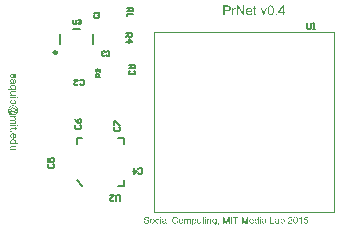
<source format=gto>
G04 Layer_Color=65535*
%FSAX24Y24*%
%MOIN*%
G70*
G01*
G75*
%ADD18C,0.0100*%
%ADD29C,0.0080*%
%ADD30C,0.0020*%
%ADD31C,0.0060*%
%ADD32C,0.0050*%
%ADD33C,0.0059*%
G36*
X007124Y000400D02*
X007097D01*
Y000563D01*
X007124D01*
Y000400D01*
D02*
G37*
G36*
X008540Y000563D02*
X008568D01*
Y000541D01*
X008540D01*
Y000446D01*
Y000445D01*
Y000444D01*
Y000442D01*
X008540Y000440D01*
X008540Y000434D01*
X008541Y000432D01*
X008541Y000430D01*
X008541Y000430D01*
X008542Y000429D01*
X008544Y000427D01*
X008546Y000425D01*
X008546Y000425D01*
X008548Y000424D01*
X008551Y000424D01*
X008555Y000423D01*
X008558D01*
X008560Y000424D01*
X008562D01*
X008565Y000424D01*
X008568Y000424D01*
X008571Y000400D01*
X008570D01*
X008569Y000400D01*
X008567Y000399D01*
X008564Y000399D01*
X008561Y000398D01*
X008557Y000398D01*
X008550Y000398D01*
X008547D01*
X008545Y000398D01*
X008542Y000398D01*
X008538Y000399D01*
X008534Y000400D01*
X008530Y000401D01*
X008527Y000402D01*
X008526Y000403D01*
X008525Y000403D01*
X008524Y000404D01*
X008522Y000406D01*
X008521Y000407D01*
X008519Y000410D01*
X008517Y000412D01*
X008515Y000415D01*
Y000415D01*
X008515Y000417D01*
X008514Y000419D01*
X008514Y000422D01*
X008513Y000426D01*
X008513Y000429D01*
Y000432D01*
X008512Y000435D01*
X008512Y000439D01*
Y000443D01*
Y000447D01*
Y000541D01*
X008492D01*
Y000563D01*
X008512D01*
Y000603D01*
X008540Y000619D01*
Y000563D01*
D02*
G37*
G36*
X007367Y000400D02*
X007340D01*
Y000624D01*
X007367D01*
Y000400D01*
D02*
G37*
G36*
X007242Y000566D02*
X007247Y000566D01*
X007252Y000565D01*
X007258Y000564D01*
X007263Y000563D01*
X007269Y000561D01*
X007269Y000561D01*
X007271Y000560D01*
X007273Y000559D01*
X007276Y000558D01*
X007279Y000556D01*
X007283Y000554D01*
X007285Y000551D01*
X007288Y000549D01*
X007288Y000548D01*
X007289Y000547D01*
X007290Y000546D01*
X007291Y000544D01*
X007293Y000541D01*
X007294Y000538D01*
X007296Y000534D01*
X007297Y000530D01*
Y000530D01*
X007297Y000529D01*
X007297Y000527D01*
X007297Y000524D01*
Y000521D01*
X007298Y000517D01*
X007298Y000511D01*
Y000505D01*
Y000468D01*
Y000468D01*
Y000466D01*
Y000464D01*
Y000462D01*
Y000459D01*
Y000455D01*
X007298Y000448D01*
Y000440D01*
X007299Y000431D01*
X007299Y000428D01*
Y000425D01*
X007299Y000422D01*
X007300Y000419D01*
Y000419D01*
X007300Y000418D01*
X007300Y000416D01*
X007301Y000413D01*
X007302Y000410D01*
X007303Y000407D01*
X007305Y000404D01*
X007307Y000400D01*
X007278D01*
X007277Y000400D01*
X007277Y000402D01*
X007276Y000403D01*
X007275Y000406D01*
X007274Y000409D01*
X007274Y000412D01*
X007273Y000416D01*
X007273Y000420D01*
X007272D01*
X007272Y000420D01*
X007270Y000418D01*
X007267Y000416D01*
X007263Y000413D01*
X007258Y000410D01*
X007253Y000407D01*
X007248Y000404D01*
X007243Y000402D01*
X007242Y000401D01*
X007240Y000401D01*
X007237Y000400D01*
X007234Y000399D01*
X007229Y000398D01*
X007224Y000397D01*
X007218Y000397D01*
X007212Y000396D01*
X007210D01*
X007208Y000397D01*
X007205D01*
X007203Y000397D01*
X007197Y000398D01*
X007191Y000400D01*
X007183Y000402D01*
X007177Y000405D01*
X007171Y000409D01*
X007170Y000410D01*
X007169Y000412D01*
X007167Y000415D01*
X007164Y000418D01*
X007161Y000423D01*
X007159Y000429D01*
X007157Y000436D01*
X007157Y000439D01*
X007157Y000443D01*
Y000443D01*
Y000445D01*
X007157Y000447D01*
X007157Y000450D01*
X007158Y000453D01*
X007159Y000457D01*
X007160Y000461D01*
X007162Y000464D01*
X007162Y000465D01*
X007163Y000466D01*
X007164Y000468D01*
X007166Y000470D01*
X007168Y000473D01*
X007170Y000475D01*
X007173Y000478D01*
X007176Y000480D01*
X007177Y000481D01*
X007178Y000481D01*
X007180Y000483D01*
X007182Y000484D01*
X007185Y000485D01*
X007189Y000487D01*
X007192Y000488D01*
X007196Y000489D01*
X007197D01*
X007198Y000490D01*
X007200Y000490D01*
X007203Y000491D01*
X007206Y000491D01*
X007210Y000492D01*
X007215Y000493D01*
X007221Y000494D01*
X007221D01*
X007222Y000494D01*
X007224D01*
X007226Y000494D01*
X007229Y000495D01*
X007232Y000495D01*
X007236Y000496D01*
X007239Y000496D01*
X007247Y000498D01*
X007256Y000499D01*
X007263Y000501D01*
X007267Y000502D01*
X007270Y000503D01*
Y000504D01*
Y000504D01*
X007270Y000506D01*
Y000509D01*
Y000510D01*
Y000510D01*
Y000511D01*
Y000511D01*
Y000513D01*
X007270Y000516D01*
X007269Y000520D01*
X007268Y000524D01*
X007267Y000528D01*
X007265Y000531D01*
X007262Y000534D01*
X007262Y000534D01*
X007260Y000536D01*
X007258Y000537D01*
X007254Y000539D01*
X007250Y000541D01*
X007245Y000542D01*
X007238Y000543D01*
X007231Y000544D01*
X007227D01*
X007224Y000543D01*
X007220Y000543D01*
X007215Y000542D01*
X007210Y000541D01*
X007206Y000539D01*
X007202Y000537D01*
X007202Y000536D01*
X007200Y000535D01*
X007199Y000534D01*
X007197Y000531D01*
X007195Y000528D01*
X007192Y000524D01*
X007191Y000519D01*
X007189Y000513D01*
X007162Y000516D01*
Y000517D01*
X007162Y000517D01*
Y000518D01*
X007162Y000519D01*
X007163Y000522D01*
X007165Y000526D01*
X007166Y000531D01*
X007168Y000535D01*
X007171Y000540D01*
X007174Y000544D01*
X007174Y000544D01*
X007175Y000545D01*
X007177Y000547D01*
X007180Y000550D01*
X007183Y000553D01*
X007188Y000555D01*
X007192Y000558D01*
X007198Y000560D01*
X007198D01*
X007199Y000561D01*
X007200Y000561D01*
X007201Y000561D01*
X007204Y000562D01*
X007209Y000563D01*
X007214Y000564D01*
X007220Y000565D01*
X007227Y000566D01*
X007235Y000566D01*
X007239D01*
X007242Y000566D01*
D02*
G37*
G36*
X011131Y000544D02*
X011131Y000545D01*
X011131Y000545D01*
X011132Y000546D01*
X011134Y000548D01*
X011136Y000549D01*
X011138Y000551D01*
X011140Y000553D01*
X011143Y000555D01*
X011149Y000559D01*
X011157Y000563D01*
X011161Y000564D01*
X011165Y000565D01*
X011170Y000566D01*
X011175Y000566D01*
X011178D01*
X011181Y000566D01*
X011184Y000566D01*
X011188Y000565D01*
X011193Y000564D01*
X011198Y000562D01*
X011203Y000560D01*
X011204Y000560D01*
X011206Y000559D01*
X011208Y000557D01*
X011211Y000556D01*
X011215Y000553D01*
X011218Y000550D01*
X011222Y000547D01*
X011225Y000543D01*
X011226Y000543D01*
X011227Y000541D01*
X011228Y000539D01*
X011230Y000536D01*
X011232Y000532D01*
X011235Y000527D01*
X011237Y000522D01*
X011239Y000517D01*
Y000516D01*
X011239Y000516D01*
X011240Y000515D01*
X011240Y000514D01*
X011241Y000511D01*
X011242Y000507D01*
X011242Y000502D01*
X011243Y000496D01*
X011244Y000490D01*
X011244Y000484D01*
Y000483D01*
Y000482D01*
Y000480D01*
X011244Y000477D01*
X011243Y000473D01*
X011243Y000469D01*
X011242Y000465D01*
X011242Y000460D01*
X011239Y000450D01*
X011237Y000444D01*
X011235Y000439D01*
X011233Y000433D01*
X011230Y000429D01*
X011227Y000424D01*
X011223Y000419D01*
X011223Y000419D01*
X011222Y000418D01*
X011221Y000417D01*
X011220Y000416D01*
X011218Y000414D01*
X011215Y000412D01*
X011213Y000410D01*
X011209Y000408D01*
X011206Y000406D01*
X011202Y000404D01*
X011194Y000400D01*
X011189Y000398D01*
X011184Y000397D01*
X011179Y000397D01*
X011174Y000396D01*
X011173D01*
X011171Y000397D01*
X011169D01*
X011167Y000397D01*
X011164Y000398D01*
X011157Y000399D01*
X011154Y000401D01*
X011150Y000402D01*
X011146Y000404D01*
X011143Y000406D01*
X011139Y000409D01*
X011135Y000413D01*
X011132Y000416D01*
X011129Y000420D01*
Y000400D01*
X011103D01*
Y000624D01*
X011131D01*
Y000544D01*
D02*
G37*
G36*
X006837Y000566D02*
X006840Y000566D01*
X006843Y000565D01*
X006846Y000564D01*
X006851Y000564D01*
X006859Y000561D01*
X006864Y000559D01*
X006868Y000557D01*
X006873Y000555D01*
X006878Y000551D01*
X006882Y000548D01*
X006886Y000544D01*
X006886Y000544D01*
X006887Y000543D01*
X006888Y000542D01*
X006889Y000540D01*
X006891Y000538D01*
X006893Y000535D01*
X006895Y000532D01*
X006897Y000528D01*
X006899Y000524D01*
X006901Y000520D01*
X006903Y000515D01*
X006904Y000509D01*
X006905Y000503D01*
X006906Y000497D01*
X006907Y000491D01*
X006907Y000484D01*
Y000483D01*
Y000482D01*
Y000481D01*
Y000478D01*
X006907Y000476D01*
X006907Y000473D01*
Y000469D01*
X006906Y000466D01*
X006905Y000458D01*
X006903Y000450D01*
X006901Y000441D01*
X006898Y000434D01*
Y000434D01*
X006897Y000433D01*
X006897Y000432D01*
X006896Y000431D01*
X006894Y000428D01*
X006891Y000424D01*
X006887Y000419D01*
X006882Y000415D01*
X006877Y000410D01*
X006870Y000406D01*
X006870D01*
X006869Y000406D01*
X006868Y000405D01*
X006867Y000405D01*
X006865Y000404D01*
X006863Y000403D01*
X006858Y000401D01*
X006853Y000400D01*
X006846Y000398D01*
X006839Y000397D01*
X006831Y000396D01*
X006828D01*
X006825Y000397D01*
X006822Y000397D01*
X006819Y000398D01*
X006815Y000398D01*
X006811Y000399D01*
X006803Y000402D01*
X006798Y000404D01*
X006793Y000406D01*
X006789Y000408D01*
X006784Y000411D01*
X006780Y000414D01*
X006776Y000418D01*
X006776Y000418D01*
X006775Y000419D01*
X006774Y000420D01*
X006773Y000422D01*
X006771Y000425D01*
X006769Y000427D01*
X006767Y000430D01*
X006765Y000434D01*
X006764Y000439D01*
X006762Y000443D01*
X006760Y000449D01*
X006758Y000454D01*
X006757Y000460D01*
X006756Y000467D01*
X006755Y000474D01*
X006755Y000481D01*
Y000482D01*
Y000483D01*
X006755Y000486D01*
Y000489D01*
X006756Y000492D01*
X006756Y000497D01*
X006757Y000501D01*
X006758Y000507D01*
X006760Y000512D01*
X006761Y000517D01*
X006763Y000523D01*
X006766Y000529D01*
X006768Y000534D01*
X006772Y000539D01*
X006776Y000544D01*
X006780Y000548D01*
X006780Y000548D01*
X006781Y000549D01*
X006782Y000550D01*
X006784Y000551D01*
X006786Y000552D01*
X006788Y000554D01*
X006791Y000556D01*
X006794Y000557D01*
X006798Y000559D01*
X006802Y000560D01*
X006811Y000563D01*
X006821Y000566D01*
X006826Y000566D01*
X006831Y000566D01*
X006834D01*
X006837Y000566D01*
D02*
G37*
G36*
X011612Y000625D02*
X011616Y000624D01*
X011621Y000623D01*
X011626Y000622D01*
X011631Y000620D01*
X011636Y000618D01*
X011637D01*
X011637Y000617D01*
X011639Y000616D01*
X011641Y000615D01*
X011645Y000613D01*
X011648Y000609D01*
X011652Y000606D01*
X011656Y000602D01*
X011659Y000597D01*
X011659Y000596D01*
X011661Y000594D01*
X011662Y000591D01*
X011664Y000587D01*
X011666Y000582D01*
X011669Y000577D01*
X011671Y000570D01*
X011673Y000563D01*
Y000563D01*
X011673Y000562D01*
X011674Y000561D01*
X011674Y000560D01*
X011674Y000558D01*
X011675Y000556D01*
X011675Y000553D01*
X011676Y000549D01*
X011676Y000546D01*
X011677Y000542D01*
X011677Y000537D01*
X011678Y000533D01*
X011678Y000528D01*
Y000522D01*
X011678Y000517D01*
Y000510D01*
Y000510D01*
Y000509D01*
Y000507D01*
Y000504D01*
X011678Y000500D01*
Y000497D01*
X011678Y000492D01*
X011677Y000488D01*
X011676Y000477D01*
X011675Y000467D01*
X011673Y000456D01*
X011671Y000452D01*
X011670Y000447D01*
Y000446D01*
X011670Y000446D01*
X011669Y000444D01*
X011668Y000443D01*
X011668Y000441D01*
X011666Y000438D01*
X011664Y000433D01*
X011660Y000427D01*
X011656Y000420D01*
X011651Y000415D01*
X011646Y000409D01*
X011645D01*
X011645Y000408D01*
X011644Y000408D01*
X011643Y000407D01*
X011641Y000406D01*
X011639Y000405D01*
X011635Y000403D01*
X011629Y000400D01*
X011622Y000398D01*
X011614Y000397D01*
X011605Y000396D01*
X011602D01*
X011600Y000396D01*
X011597Y000397D01*
X011594Y000397D01*
X011590Y000398D01*
X011586Y000399D01*
X011582Y000400D01*
X011578Y000402D01*
X011574Y000404D01*
X011570Y000406D01*
X011566Y000408D01*
X011561Y000412D01*
X011557Y000415D01*
X011554Y000419D01*
X011554Y000419D01*
X011553Y000420D01*
X011552Y000422D01*
X011550Y000425D01*
X011549Y000428D01*
X011547Y000431D01*
X011545Y000436D01*
X011543Y000441D01*
X011541Y000447D01*
X011539Y000454D01*
X011537Y000461D01*
X011535Y000470D01*
X011534Y000479D01*
X011533Y000488D01*
X011532Y000499D01*
X011532Y000510D01*
Y000511D01*
Y000512D01*
Y000514D01*
Y000517D01*
X011532Y000521D01*
Y000524D01*
X011532Y000529D01*
X011533Y000533D01*
X011534Y000544D01*
X011535Y000554D01*
X011537Y000565D01*
X011539Y000570D01*
X011540Y000575D01*
Y000575D01*
X011540Y000576D01*
X011541Y000577D01*
X011542Y000579D01*
X011542Y000581D01*
X011543Y000583D01*
X011546Y000589D01*
X011549Y000594D01*
X011554Y000601D01*
X011558Y000607D01*
X011564Y000612D01*
X011565D01*
X011565Y000613D01*
X011566Y000613D01*
X011567Y000614D01*
X011569Y000615D01*
X011571Y000616D01*
X011576Y000619D01*
X011581Y000621D01*
X011588Y000623D01*
X011596Y000625D01*
X011605Y000625D01*
X011608D01*
X011612Y000625D01*
D02*
G37*
G36*
X010147Y000566D02*
X010150Y000566D01*
X010153Y000565D01*
X010157Y000564D01*
X010161Y000563D01*
X010165Y000562D01*
X010169Y000561D01*
X010174Y000559D01*
X010178Y000557D01*
X010183Y000554D01*
X010187Y000551D01*
X010191Y000548D01*
X010195Y000544D01*
X010196Y000544D01*
X010196Y000543D01*
X010197Y000542D01*
X010199Y000540D01*
X010200Y000537D01*
X010202Y000535D01*
X010204Y000532D01*
X010206Y000528D01*
X010208Y000523D01*
X010210Y000519D01*
X010211Y000514D01*
X010213Y000508D01*
X010214Y000502D01*
X010215Y000496D01*
X010216Y000489D01*
X010216Y000481D01*
Y000481D01*
Y000480D01*
Y000477D01*
X010216Y000474D01*
X010094D01*
Y000474D01*
Y000473D01*
X010095Y000472D01*
Y000470D01*
X010095Y000467D01*
X010096Y000465D01*
X010096Y000459D01*
X010098Y000452D01*
X010101Y000445D01*
X010105Y000439D01*
X010109Y000433D01*
X010109D01*
X010110Y000432D01*
X010112Y000431D01*
X010115Y000429D01*
X010119Y000426D01*
X010124Y000424D01*
X010130Y000421D01*
X010136Y000420D01*
X010140Y000419D01*
X010143Y000419D01*
X010146D01*
X010149Y000419D01*
X010153Y000420D01*
X010156Y000421D01*
X010161Y000422D01*
X010165Y000424D01*
X010169Y000427D01*
X010170Y000427D01*
X010171Y000429D01*
X010173Y000430D01*
X010176Y000433D01*
X010178Y000437D01*
X010181Y000441D01*
X010184Y000446D01*
X010187Y000452D01*
X010215Y000449D01*
Y000449D01*
X010215Y000448D01*
X010214Y000447D01*
X010214Y000445D01*
X010213Y000443D01*
X010212Y000440D01*
X010209Y000435D01*
X010206Y000429D01*
X010201Y000422D01*
X010196Y000416D01*
X010190Y000410D01*
X010189D01*
X010189Y000409D01*
X010188Y000409D01*
X010187Y000408D01*
X010185Y000407D01*
X010183Y000406D01*
X010180Y000405D01*
X010177Y000403D01*
X010174Y000402D01*
X010171Y000401D01*
X010163Y000399D01*
X010154Y000397D01*
X010143Y000396D01*
X010140D01*
X010138Y000397D01*
X010135Y000397D01*
X010131Y000398D01*
X010127Y000398D01*
X010123Y000399D01*
X010114Y000402D01*
X010109Y000404D01*
X010105Y000406D01*
X010100Y000408D01*
X010095Y000411D01*
X010091Y000414D01*
X010087Y000418D01*
X010086Y000418D01*
X010086Y000419D01*
X010085Y000420D01*
X010084Y000422D01*
X010082Y000425D01*
X010080Y000427D01*
X010078Y000430D01*
X010076Y000434D01*
X010074Y000438D01*
X010073Y000443D01*
X010071Y000448D01*
X010069Y000453D01*
X010068Y000459D01*
X010067Y000466D01*
X010066Y000473D01*
X010066Y000480D01*
Y000480D01*
Y000482D01*
Y000484D01*
X010066Y000487D01*
X010067Y000490D01*
X010067Y000494D01*
X010068Y000498D01*
X010069Y000503D01*
X010071Y000513D01*
X010073Y000519D01*
X010075Y000524D01*
X010077Y000529D01*
X010080Y000534D01*
X010084Y000539D01*
X010087Y000544D01*
X010087Y000544D01*
X010088Y000545D01*
X010089Y000545D01*
X010091Y000547D01*
X010093Y000549D01*
X010096Y000551D01*
X010098Y000553D01*
X010102Y000555D01*
X010106Y000557D01*
X010110Y000559D01*
X010114Y000561D01*
X010119Y000563D01*
X010124Y000564D01*
X010130Y000565D01*
X010136Y000566D01*
X010142Y000566D01*
X010145D01*
X010147Y000566D01*
D02*
G37*
G36*
X007795D02*
X007798Y000566D01*
X007801Y000565D01*
X007805Y000564D01*
X007809Y000564D01*
X007817Y000561D01*
X007822Y000559D01*
X007827Y000557D01*
X007831Y000555D01*
X007836Y000551D01*
X007840Y000548D01*
X007844Y000544D01*
X007844Y000544D01*
X007845Y000543D01*
X007846Y000542D01*
X007847Y000540D01*
X007849Y000538D01*
X007851Y000535D01*
X007853Y000532D01*
X007855Y000528D01*
X007857Y000524D01*
X007859Y000520D01*
X007861Y000515D01*
X007862Y000509D01*
X007864Y000503D01*
X007864Y000497D01*
X007865Y000491D01*
X007865Y000484D01*
Y000483D01*
Y000482D01*
Y000481D01*
Y000478D01*
X007865Y000476D01*
X007865Y000473D01*
Y000469D01*
X007864Y000466D01*
X007863Y000458D01*
X007861Y000450D01*
X007859Y000441D01*
X007856Y000434D01*
Y000434D01*
X007855Y000433D01*
X007855Y000432D01*
X007854Y000431D01*
X007852Y000428D01*
X007849Y000424D01*
X007845Y000419D01*
X007840Y000415D01*
X007835Y000410D01*
X007828Y000406D01*
X007828D01*
X007828Y000406D01*
X007827Y000405D01*
X007825Y000405D01*
X007823Y000404D01*
X007821Y000403D01*
X007817Y000401D01*
X007811Y000400D01*
X007804Y000398D01*
X007797Y000397D01*
X007789Y000396D01*
X007786D01*
X007783Y000397D01*
X007781Y000397D01*
X007777Y000398D01*
X007773Y000398D01*
X007770Y000399D01*
X007761Y000402D01*
X007756Y000404D01*
X007751Y000406D01*
X007747Y000408D01*
X007742Y000411D01*
X007738Y000414D01*
X007734Y000418D01*
X007734Y000418D01*
X007733Y000419D01*
X007732Y000420D01*
X007731Y000422D01*
X007729Y000425D01*
X007727Y000427D01*
X007725Y000430D01*
X007724Y000434D01*
X007722Y000439D01*
X007720Y000443D01*
X007718Y000449D01*
X007716Y000454D01*
X007715Y000460D01*
X007714Y000467D01*
X007713Y000474D01*
X007713Y000481D01*
Y000482D01*
Y000483D01*
X007713Y000486D01*
Y000489D01*
X007714Y000492D01*
X007714Y000497D01*
X007715Y000501D01*
X007716Y000507D01*
X007718Y000512D01*
X007719Y000517D01*
X007721Y000523D01*
X007724Y000529D01*
X007726Y000534D01*
X007730Y000539D01*
X007734Y000544D01*
X007738Y000548D01*
X007738Y000548D01*
X007739Y000549D01*
X007740Y000550D01*
X007742Y000551D01*
X007744Y000552D01*
X007747Y000554D01*
X007749Y000556D01*
X007752Y000557D01*
X007756Y000559D01*
X007760Y000560D01*
X007769Y000563D01*
X007779Y000566D01*
X007784Y000566D01*
X007789Y000566D01*
X007793D01*
X007795Y000566D01*
D02*
G37*
G36*
X011005D02*
X011010Y000566D01*
X011016Y000565D01*
X011021Y000564D01*
X011027Y000563D01*
X011032Y000561D01*
X011033Y000561D01*
X011034Y000560D01*
X011036Y000559D01*
X011039Y000558D01*
X011043Y000556D01*
X011046Y000554D01*
X011049Y000551D01*
X011051Y000549D01*
X011052Y000548D01*
X011052Y000547D01*
X011053Y000546D01*
X011055Y000544D01*
X011056Y000541D01*
X011057Y000538D01*
X011059Y000534D01*
X011060Y000530D01*
Y000530D01*
X011060Y000529D01*
X011060Y000527D01*
X011061Y000524D01*
Y000521D01*
X011061Y000517D01*
X011061Y000511D01*
Y000505D01*
Y000468D01*
Y000468D01*
Y000466D01*
Y000464D01*
Y000462D01*
Y000459D01*
Y000455D01*
X011062Y000448D01*
Y000440D01*
X011062Y000431D01*
X011062Y000428D01*
Y000425D01*
X011063Y000422D01*
X011063Y000419D01*
Y000419D01*
X011063Y000418D01*
X011064Y000416D01*
X011065Y000413D01*
X011065Y000410D01*
X011067Y000407D01*
X011068Y000404D01*
X011070Y000400D01*
X011041D01*
X011041Y000400D01*
X011040Y000402D01*
X011040Y000403D01*
X011039Y000406D01*
X011038Y000409D01*
X011037Y000412D01*
X011036Y000416D01*
X011036Y000420D01*
X011035D01*
X011035Y000420D01*
X011033Y000418D01*
X011030Y000416D01*
X011026Y000413D01*
X011022Y000410D01*
X011017Y000407D01*
X011011Y000404D01*
X011006Y000402D01*
X011005Y000401D01*
X011003Y000401D01*
X011000Y000400D01*
X010997Y000399D01*
X010992Y000398D01*
X010987Y000397D01*
X010981Y000397D01*
X010976Y000396D01*
X010973D01*
X010971Y000397D01*
X010969D01*
X010966Y000397D01*
X010960Y000398D01*
X010954Y000400D01*
X010947Y000402D01*
X010940Y000405D01*
X010934Y000409D01*
X010934Y000410D01*
X010932Y000412D01*
X010930Y000415D01*
X010927Y000418D01*
X010925Y000423D01*
X010922Y000429D01*
X010921Y000436D01*
X010920Y000439D01*
X010920Y000443D01*
Y000443D01*
Y000445D01*
X010920Y000447D01*
X010921Y000450D01*
X010921Y000453D01*
X010922Y000457D01*
X010924Y000461D01*
X010925Y000464D01*
X010926Y000465D01*
X010926Y000466D01*
X010928Y000468D01*
X010929Y000470D01*
X010931Y000473D01*
X010934Y000475D01*
X010936Y000478D01*
X010940Y000480D01*
X010940Y000481D01*
X010941Y000481D01*
X010943Y000483D01*
X010945Y000484D01*
X010948Y000485D01*
X010952Y000487D01*
X010955Y000488D01*
X010960Y000489D01*
X010960D01*
X010961Y000490D01*
X010963Y000490D01*
X010966Y000491D01*
X010969Y000491D01*
X010973Y000492D01*
X010978Y000493D01*
X010984Y000494D01*
X010984D01*
X010986Y000494D01*
X010987D01*
X010989Y000494D01*
X010992Y000495D01*
X010995Y000495D01*
X010999Y000496D01*
X011003Y000496D01*
X011011Y000498D01*
X011019Y000499D01*
X011026Y000501D01*
X011030Y000502D01*
X011033Y000503D01*
Y000504D01*
Y000504D01*
X011034Y000506D01*
Y000509D01*
Y000510D01*
Y000510D01*
Y000511D01*
Y000511D01*
Y000513D01*
X011033Y000516D01*
X011033Y000520D01*
X011032Y000524D01*
X011030Y000528D01*
X011028Y000531D01*
X011025Y000534D01*
X011025Y000534D01*
X011023Y000536D01*
X011021Y000537D01*
X011018Y000539D01*
X011013Y000541D01*
X011008Y000542D01*
X011001Y000543D01*
X010994Y000544D01*
X010991D01*
X010987Y000543D01*
X010983Y000543D01*
X010978Y000542D01*
X010974Y000541D01*
X010969Y000539D01*
X010965Y000537D01*
X010965Y000536D01*
X010964Y000535D01*
X010962Y000534D01*
X010960Y000531D01*
X010958Y000528D01*
X010956Y000524D01*
X010954Y000519D01*
X010952Y000513D01*
X010925Y000516D01*
Y000517D01*
X010925Y000517D01*
Y000518D01*
X010926Y000519D01*
X010927Y000522D01*
X010928Y000526D01*
X010930Y000531D01*
X010931Y000535D01*
X010934Y000540D01*
X010937Y000544D01*
X010937Y000544D01*
X010939Y000545D01*
X010941Y000547D01*
X010943Y000550D01*
X010947Y000553D01*
X010951Y000555D01*
X010956Y000558D01*
X010961Y000560D01*
X010962D01*
X010962Y000561D01*
X010963Y000561D01*
X010964Y000561D01*
X010967Y000562D01*
X010972Y000563D01*
X010977Y000564D01*
X010984Y000565D01*
X010990Y000566D01*
X010998Y000566D01*
X011002D01*
X011005Y000566D01*
D02*
G37*
G36*
X010787Y000427D02*
X010898D01*
Y000400D01*
X010757D01*
Y000624D01*
X010787D01*
Y000427D01*
D02*
G37*
G36*
X011810Y000400D02*
X011782D01*
Y000575D01*
X011782Y000575D01*
X011780Y000574D01*
X011778Y000572D01*
X011775Y000569D01*
X011772Y000567D01*
X011767Y000563D01*
X011762Y000560D01*
X011756Y000556D01*
X011756D01*
X011755Y000556D01*
X011753Y000555D01*
X011750Y000553D01*
X011746Y000551D01*
X011742Y000549D01*
X011737Y000546D01*
X011732Y000544D01*
X011727Y000542D01*
Y000569D01*
X011728D01*
X011728Y000569D01*
X011729Y000570D01*
X011731Y000571D01*
X011733Y000572D01*
X011735Y000573D01*
X011741Y000576D01*
X011747Y000580D01*
X011754Y000584D01*
X011761Y000590D01*
X011767Y000595D01*
X011768Y000595D01*
X011768Y000596D01*
X011769Y000597D01*
X011770Y000598D01*
X011773Y000601D01*
X011777Y000605D01*
X011781Y000609D01*
X011785Y000614D01*
X011789Y000620D01*
X011792Y000625D01*
X011810D01*
Y000400D01*
D02*
G37*
G36*
X011437Y000625D02*
X011440Y000625D01*
X011443Y000624D01*
X011447Y000624D01*
X011450Y000623D01*
X011459Y000621D01*
X011467Y000617D01*
X011471Y000615D01*
X011475Y000613D01*
X011479Y000610D01*
X011483Y000607D01*
X011483Y000607D01*
X011484Y000606D01*
X011485Y000605D01*
X011486Y000604D01*
X011487Y000602D01*
X011489Y000600D01*
X011491Y000598D01*
X011493Y000595D01*
X011496Y000589D01*
X011499Y000581D01*
X011500Y000577D01*
X011501Y000572D01*
X011502Y000568D01*
X011502Y000563D01*
Y000562D01*
Y000561D01*
X011502Y000558D01*
X011501Y000555D01*
X011501Y000551D01*
X011499Y000546D01*
X011498Y000541D01*
X011496Y000536D01*
X011496Y000536D01*
X011495Y000534D01*
X011494Y000532D01*
X011492Y000528D01*
X011489Y000524D01*
X011486Y000519D01*
X011482Y000514D01*
X011478Y000509D01*
X011477Y000508D01*
X011475Y000506D01*
X011474Y000505D01*
X011472Y000503D01*
X011470Y000501D01*
X011468Y000498D01*
X011465Y000496D01*
X011462Y000493D01*
X011459Y000490D01*
X011455Y000486D01*
X011451Y000483D01*
X011446Y000478D01*
X011441Y000474D01*
X011436Y000470D01*
X011435Y000469D01*
X011435Y000469D01*
X011433Y000468D01*
X011432Y000466D01*
X011430Y000464D01*
X011428Y000463D01*
X011422Y000458D01*
X011417Y000453D01*
X011412Y000449D01*
X011407Y000444D01*
X011405Y000443D01*
X011404Y000441D01*
X011403Y000441D01*
X011402Y000440D01*
X011401Y000439D01*
X011399Y000437D01*
X011398Y000434D01*
X011396Y000432D01*
X011392Y000427D01*
X011502D01*
Y000400D01*
X011354D01*
Y000400D01*
Y000402D01*
Y000404D01*
X011354Y000406D01*
X011354Y000409D01*
X011355Y000412D01*
X011356Y000416D01*
X011357Y000419D01*
Y000419D01*
X011357Y000420D01*
X011358Y000422D01*
X011359Y000425D01*
X011361Y000429D01*
X011364Y000433D01*
X011367Y000438D01*
X011370Y000443D01*
X011375Y000449D01*
Y000449D01*
X011376Y000450D01*
X011377Y000452D01*
X011380Y000454D01*
X011384Y000459D01*
X011389Y000463D01*
X011395Y000469D01*
X011403Y000476D01*
X011411Y000483D01*
X011411Y000483D01*
X011413Y000484D01*
X011415Y000486D01*
X011417Y000487D01*
X011420Y000490D01*
X011423Y000493D01*
X011427Y000496D01*
X011431Y000500D01*
X011439Y000508D01*
X011447Y000515D01*
X011451Y000519D01*
X011455Y000523D01*
X011458Y000527D01*
X011461Y000530D01*
Y000531D01*
X011461Y000531D01*
X011462Y000532D01*
X011462Y000533D01*
X011465Y000537D01*
X011467Y000541D01*
X011470Y000546D01*
X011472Y000552D01*
X011473Y000558D01*
X011474Y000564D01*
Y000564D01*
Y000564D01*
X011473Y000566D01*
X011473Y000569D01*
X011472Y000573D01*
X011471Y000578D01*
X011469Y000582D01*
X011466Y000587D01*
X011462Y000591D01*
X011461Y000592D01*
X011460Y000593D01*
X011457Y000595D01*
X011454Y000597D01*
X011449Y000599D01*
X011444Y000601D01*
X011438Y000602D01*
X011431Y000602D01*
X011429D01*
X011428Y000602D01*
X011424Y000602D01*
X011419Y000601D01*
X011415Y000600D01*
X011409Y000597D01*
X011404Y000594D01*
X011399Y000591D01*
X011398Y000590D01*
X011397Y000588D01*
X011395Y000586D01*
X011393Y000582D01*
X011391Y000577D01*
X011389Y000571D01*
X011388Y000565D01*
X011387Y000557D01*
X011359Y000560D01*
Y000561D01*
X011359Y000562D01*
Y000563D01*
X011359Y000566D01*
X011360Y000568D01*
X011361Y000571D01*
X011362Y000575D01*
X011363Y000578D01*
X011365Y000586D01*
X011369Y000594D01*
X011371Y000598D01*
X011374Y000602D01*
X011377Y000605D01*
X011381Y000608D01*
X011381Y000609D01*
X011381Y000609D01*
X011382Y000610D01*
X011384Y000611D01*
X011386Y000612D01*
X011388Y000614D01*
X011391Y000615D01*
X011394Y000617D01*
X011398Y000618D01*
X011402Y000620D01*
X011406Y000621D01*
X011410Y000623D01*
X011415Y000624D01*
X011420Y000625D01*
X011426Y000625D01*
X011432Y000625D01*
X011435D01*
X011437Y000625D01*
D02*
G37*
G36*
X010570Y000566D02*
X010574Y000566D01*
X010580Y000565D01*
X010585Y000564D01*
X010591Y000563D01*
X010596Y000561D01*
X010597Y000561D01*
X010598Y000560D01*
X010601Y000559D01*
X010604Y000558D01*
X010607Y000556D01*
X010610Y000554D01*
X010613Y000551D01*
X010616Y000549D01*
X010616Y000548D01*
X010617Y000547D01*
X010618Y000546D01*
X010619Y000544D01*
X010620Y000541D01*
X010622Y000538D01*
X010623Y000534D01*
X010624Y000530D01*
Y000530D01*
X010624Y000529D01*
X010625Y000527D01*
X010625Y000524D01*
Y000521D01*
X010625Y000517D01*
X010626Y000511D01*
Y000505D01*
Y000468D01*
Y000468D01*
Y000466D01*
Y000464D01*
Y000462D01*
Y000459D01*
Y000455D01*
X010626Y000448D01*
Y000440D01*
X010626Y000431D01*
X010627Y000428D01*
Y000425D01*
X010627Y000422D01*
X010627Y000419D01*
Y000419D01*
X010628Y000418D01*
X010628Y000416D01*
X010629Y000413D01*
X010629Y000410D01*
X010631Y000407D01*
X010632Y000404D01*
X010634Y000400D01*
X010605D01*
X010605Y000400D01*
X010605Y000402D01*
X010604Y000403D01*
X010603Y000406D01*
X010602Y000409D01*
X010601Y000412D01*
X010601Y000416D01*
X010600Y000420D01*
X010600D01*
X010599Y000420D01*
X010597Y000418D01*
X010594Y000416D01*
X010591Y000413D01*
X010586Y000410D01*
X010581Y000407D01*
X010576Y000404D01*
X010570Y000402D01*
X010570Y000401D01*
X010568Y000401D01*
X010565Y000400D01*
X010561Y000399D01*
X010557Y000398D01*
X010551Y000397D01*
X010546Y000397D01*
X010540Y000396D01*
X010537D01*
X010535Y000397D01*
X010533D01*
X010530Y000397D01*
X010525Y000398D01*
X010518Y000400D01*
X010511Y000402D01*
X010504Y000405D01*
X010499Y000409D01*
X010498Y000410D01*
X010496Y000412D01*
X010494Y000415D01*
X010491Y000418D01*
X010489Y000423D01*
X010487Y000429D01*
X010485Y000436D01*
X010485Y000439D01*
X010484Y000443D01*
Y000443D01*
Y000445D01*
X010485Y000447D01*
X010485Y000450D01*
X010486Y000453D01*
X010487Y000457D01*
X010488Y000461D01*
X010490Y000464D01*
X010490Y000465D01*
X010490Y000466D01*
X010492Y000468D01*
X010493Y000470D01*
X010495Y000473D01*
X010498Y000475D01*
X010501Y000478D01*
X010504Y000480D01*
X010504Y000481D01*
X010505Y000481D01*
X010507Y000483D01*
X010510Y000484D01*
X010513Y000485D01*
X010516Y000487D01*
X010520Y000488D01*
X010524Y000489D01*
X010524D01*
X010525Y000490D01*
X010527Y000490D01*
X010530Y000491D01*
X010533Y000491D01*
X010537Y000492D01*
X010542Y000493D01*
X010548Y000494D01*
X010548D01*
X010550Y000494D01*
X010551D01*
X010554Y000494D01*
X010556Y000495D01*
X010560Y000495D01*
X010563Y000496D01*
X010567Y000496D01*
X010575Y000498D01*
X010583Y000499D01*
X010591Y000501D01*
X010594Y000502D01*
X010597Y000503D01*
Y000504D01*
Y000504D01*
X010598Y000506D01*
Y000509D01*
Y000510D01*
Y000510D01*
Y000511D01*
Y000511D01*
Y000513D01*
X010597Y000516D01*
X010597Y000520D01*
X010596Y000524D01*
X010594Y000528D01*
X010592Y000531D01*
X010590Y000534D01*
X010589Y000534D01*
X010588Y000536D01*
X010585Y000537D01*
X010582Y000539D01*
X010577Y000541D01*
X010572Y000542D01*
X010566Y000543D01*
X010558Y000544D01*
X010555D01*
X010552Y000543D01*
X010547Y000543D01*
X010543Y000542D01*
X010538Y000541D01*
X010533Y000539D01*
X010529Y000537D01*
X010529Y000536D01*
X010528Y000535D01*
X010526Y000534D01*
X010524Y000531D01*
X010522Y000528D01*
X010520Y000524D01*
X010518Y000519D01*
X010516Y000513D01*
X010489Y000516D01*
Y000517D01*
X010490Y000517D01*
Y000518D01*
X010490Y000519D01*
X010491Y000522D01*
X010492Y000526D01*
X010494Y000531D01*
X010496Y000535D01*
X010498Y000540D01*
X010501Y000544D01*
X010502Y000544D01*
X010503Y000545D01*
X010505Y000547D01*
X010507Y000550D01*
X010511Y000553D01*
X010515Y000555D01*
X010520Y000558D01*
X010525Y000560D01*
X010526D01*
X010526Y000561D01*
X010527Y000561D01*
X010528Y000561D01*
X010532Y000562D01*
X010536Y000563D01*
X010541Y000564D01*
X010548Y000565D01*
X010555Y000566D01*
X010562Y000566D01*
X010566D01*
X010570Y000566D01*
D02*
G37*
G36*
X009487Y000400D02*
X009457D01*
Y000624D01*
X009487D01*
Y000400D01*
D02*
G37*
G36*
X008622D02*
X008595D01*
Y000563D01*
X008622D01*
Y000400D01*
D02*
G37*
G36*
X010452D02*
X010424D01*
Y000563D01*
X010452D01*
Y000400D01*
D02*
G37*
G36*
X009700Y000598D02*
X009626D01*
Y000400D01*
X009596D01*
Y000598D01*
X009522D01*
Y000624D01*
X009700D01*
Y000598D01*
D02*
G37*
G36*
X002356Y003640D02*
X002320D01*
Y003671D01*
X002356D01*
Y003640D01*
D02*
G37*
G36*
X002286D02*
X002100D01*
Y003671D01*
X002286D01*
Y003640D01*
D02*
G37*
G36*
X002189Y004336D02*
X002192D01*
X002197Y004336D01*
X002202Y004335D01*
X002208Y004334D01*
X002214Y004334D01*
X002220Y004332D01*
X002234Y004329D01*
X002248Y004325D01*
X002255Y004322D01*
X002263Y004319D01*
X002263Y004319D01*
X002265Y004318D01*
X002267Y004317D01*
X002271Y004315D01*
X002275Y004313D01*
X002279Y004310D01*
X002284Y004307D01*
X002290Y004304D01*
X002295Y004300D01*
X002301Y004295D01*
X002307Y004290D01*
X002313Y004285D01*
X002319Y004279D01*
X002325Y004273D01*
X002331Y004266D01*
X002335Y004259D01*
X002336Y004259D01*
X002336Y004257D01*
X002338Y004255D01*
X002339Y004252D01*
X002341Y004248D01*
X002343Y004243D01*
X002346Y004238D01*
X002348Y004232D01*
X002350Y004226D01*
X002353Y004218D01*
X002355Y004210D01*
X002356Y004202D01*
X002358Y004193D01*
X002359Y004183D01*
X002360Y004174D01*
X002360Y004163D01*
Y004163D01*
Y004162D01*
Y004159D01*
X002360Y004156D01*
Y004152D01*
X002360Y004148D01*
X002359Y004143D01*
X002358Y004138D01*
X002357Y004132D01*
X002356Y004125D01*
X002353Y004112D01*
X002349Y004099D01*
X002346Y004092D01*
X002343Y004086D01*
X002342Y004085D01*
X002342Y004084D01*
X002341Y004082D01*
X002339Y004080D01*
X002338Y004077D01*
X002335Y004074D01*
X002333Y004070D01*
X002329Y004066D01*
X002326Y004062D01*
X002322Y004057D01*
X002318Y004052D01*
X002313Y004048D01*
X002308Y004044D01*
X002302Y004039D01*
X002296Y004035D01*
X002290Y004031D01*
X002289Y004031D01*
X002288Y004030D01*
X002287Y004030D01*
X002285Y004028D01*
X002282Y004027D01*
X002278Y004025D01*
X002275Y004024D01*
X002270Y004022D01*
X002265Y004021D01*
X002261Y004020D01*
X002249Y004017D01*
X002237Y004015D01*
X002231Y004014D01*
X002222D01*
X002220Y004014D01*
X002216D01*
X002211Y004015D01*
X002206Y004016D01*
X002200Y004017D01*
X002194Y004018D01*
X002187Y004020D01*
X002180Y004023D01*
X002173Y004025D01*
X002165Y004029D01*
X002157Y004033D01*
X002150Y004038D01*
X002142Y004044D01*
X002134Y004050D01*
X002134Y004050D01*
X002133Y004051D01*
X002131Y004053D01*
X002129Y004055D01*
X002126Y004058D01*
X002123Y004062D01*
X002120Y004066D01*
X002117Y004071D01*
X002114Y004075D01*
X002110Y004081D01*
X002107Y004087D01*
X002105Y004092D01*
X002103Y004099D01*
X002101Y004105D01*
X002100Y004112D01*
X002099Y004119D01*
Y004119D01*
Y004121D01*
X002100Y004123D01*
Y004126D01*
X002101Y004132D01*
X002102Y004136D01*
X002103Y004139D01*
Y004139D01*
X002104Y004140D01*
X002104Y004141D01*
X002106Y004143D01*
X002109Y004146D01*
X002113Y004150D01*
X002114D01*
X002114Y004150D01*
X002115Y004151D01*
X002117Y004151D01*
X002119Y004152D01*
X002121Y004152D01*
X002125Y004152D01*
X002128Y004153D01*
X002128Y004153D01*
X002126Y004155D01*
X002124Y004157D01*
X002121Y004160D01*
X002118Y004164D01*
X002114Y004168D01*
X002111Y004173D01*
X002107Y004178D01*
X002107Y004179D01*
X002106Y004181D01*
X002105Y004183D01*
X002104Y004187D01*
X002102Y004191D01*
X002101Y004196D01*
X002100Y004201D01*
X002100Y004207D01*
Y004207D01*
Y004209D01*
X002100Y004212D01*
X002101Y004216D01*
X002102Y004221D01*
X002103Y004226D01*
X002106Y004232D01*
X002109Y004237D01*
X002109Y004238D01*
X002110Y004239D01*
X002113Y004242D01*
X002116Y004246D01*
X002120Y004249D01*
X002124Y004253D01*
X002130Y004257D01*
X002137Y004261D01*
X002137D01*
X002137Y004261D01*
X002138Y004262D01*
X002140Y004262D01*
X002144Y004264D01*
X002149Y004265D01*
X002155Y004267D01*
X002162Y004268D01*
X002170Y004269D01*
X002178Y004270D01*
X002181D01*
X002183Y004269D01*
X002185D01*
X002188Y004269D01*
X002192Y004269D01*
X002195Y004268D01*
X002204Y004266D01*
X002213Y004264D01*
X002223Y004260D01*
X002234Y004256D01*
X002234D01*
X002235Y004255D01*
X002236Y004254D01*
X002238Y004253D01*
X002241Y004252D01*
X002243Y004250D01*
X002249Y004246D01*
X002256Y004240D01*
X002263Y004234D01*
X002270Y004227D01*
X002276Y004220D01*
Y004220D01*
X002276Y004219D01*
X002277Y004218D01*
X002278Y004216D01*
X002280Y004212D01*
X002283Y004207D01*
X002285Y004201D01*
X002288Y004194D01*
X002289Y004186D01*
X002290Y004179D01*
Y004178D01*
Y004176D01*
X002289Y004173D01*
X002289Y004170D01*
X002288Y004165D01*
X002286Y004160D01*
X002284Y004155D01*
X002282Y004150D01*
X002281Y004149D01*
X002280Y004148D01*
X002278Y004145D01*
X002276Y004142D01*
X002272Y004138D01*
X002268Y004134D01*
X002263Y004130D01*
X002258Y004126D01*
X002285Y004121D01*
Y004089D01*
X002167Y004114D01*
X002167D01*
X002166Y004115D01*
X002165D01*
X002163Y004115D01*
X002159Y004116D01*
X002154Y004117D01*
X002150Y004118D01*
X002145Y004119D01*
X002143Y004119D01*
X002142D01*
X002141Y004119D01*
X002139D01*
X002137Y004119D01*
X002134Y004118D01*
X002132Y004116D01*
X002131Y004115D01*
X002130Y004114D01*
X002129Y004111D01*
X002128Y004107D01*
Y004107D01*
Y004105D01*
X002129Y004104D01*
X002130Y004101D01*
X002131Y004097D01*
X002133Y004093D01*
X002136Y004088D01*
X002139Y004083D01*
Y004083D01*
X002140Y004082D01*
X002140Y004081D01*
X002141Y004080D01*
X002144Y004076D01*
X002149Y004072D01*
X002154Y004067D01*
X002161Y004061D01*
X002168Y004057D01*
X002176Y004052D01*
X002177D01*
X002177Y004051D01*
X002178Y004051D01*
X002180Y004050D01*
X002183Y004049D01*
X002185Y004048D01*
X002191Y004046D01*
X002198Y004044D01*
X002207Y004042D01*
X002215Y004040D01*
X002225Y004040D01*
X002228D01*
X002229Y004040D01*
X002232D01*
X002235Y004041D01*
X002239Y004041D01*
X002242Y004042D01*
X002251Y004044D01*
X002260Y004046D01*
X002269Y004050D01*
X002279Y004055D01*
X002279D01*
X002280Y004056D01*
X002282Y004057D01*
X002283Y004058D01*
X002285Y004059D01*
X002288Y004061D01*
X002294Y004066D01*
X002300Y004072D01*
X002307Y004080D01*
X002314Y004089D01*
X002320Y004099D01*
Y004100D01*
X002321Y004101D01*
X002321Y004102D01*
X002322Y004105D01*
X002323Y004107D01*
X002325Y004111D01*
X002326Y004115D01*
X002328Y004119D01*
X002329Y004123D01*
X002330Y004128D01*
X002333Y004139D01*
X002334Y004152D01*
X002335Y004165D01*
Y004165D01*
Y004167D01*
Y004169D01*
X002335Y004172D01*
X002334Y004176D01*
X002334Y004180D01*
X002333Y004185D01*
X002333Y004190D01*
X002332Y004195D01*
X002330Y004201D01*
X002327Y004214D01*
X002325Y004220D01*
X002322Y004227D01*
X002319Y004234D01*
X002316Y004240D01*
X002315Y004240D01*
X002315Y004242D01*
X002314Y004243D01*
X002312Y004246D01*
X002310Y004249D01*
X002308Y004252D01*
X002305Y004255D01*
X002302Y004259D01*
X002298Y004263D01*
X002294Y004267D01*
X002289Y004272D01*
X002284Y004276D01*
X002279Y004280D01*
X002273Y004285D01*
X002267Y004289D01*
X002261Y004292D01*
X002260Y004293D01*
X002259Y004293D01*
X002257Y004294D01*
X002254Y004295D01*
X002251Y004297D01*
X002247Y004298D01*
X002243Y004300D01*
X002238Y004301D01*
X002232Y004303D01*
X002227Y004305D01*
X002220Y004306D01*
X002214Y004308D01*
X002199Y004310D01*
X002192Y004310D01*
X002184Y004311D01*
X002180D01*
X002177Y004310D01*
X002174Y004310D01*
X002169Y004310D01*
X002164Y004309D01*
X002159Y004308D01*
X002147Y004306D01*
X002135Y004303D01*
X002129Y004301D01*
X002123Y004298D01*
X002117Y004296D01*
X002111Y004292D01*
X002110Y004292D01*
X002109Y004291D01*
X002108Y004290D01*
X002106Y004289D01*
X002103Y004287D01*
X002100Y004284D01*
X002097Y004282D01*
X002094Y004279D01*
X002090Y004275D01*
X002086Y004271D01*
X002082Y004267D01*
X002079Y004262D01*
X002075Y004257D01*
X002072Y004251D01*
X002068Y004245D01*
X002065Y004239D01*
Y004238D01*
X002064Y004237D01*
X002064Y004235D01*
X002063Y004232D01*
X002062Y004229D01*
X002060Y004225D01*
X002059Y004221D01*
X002058Y004216D01*
X002056Y004210D01*
X002055Y004204D01*
X002054Y004198D01*
X002053Y004191D01*
X002051Y004176D01*
X002050Y004160D01*
Y004160D01*
Y004158D01*
Y004156D01*
X002051Y004153D01*
Y004149D01*
X002051Y004144D01*
X002052Y004139D01*
X002052Y004134D01*
X002054Y004122D01*
X002057Y004109D01*
X002061Y004096D01*
X002066Y004084D01*
X002066Y004084D01*
X002067Y004082D01*
X002067Y004081D01*
X002069Y004079D01*
X002070Y004076D01*
X002072Y004073D01*
X002076Y004067D01*
X002081Y004059D01*
X002088Y004051D01*
X002095Y004044D01*
X002103Y004037D01*
Y004006D01*
X002103D01*
X002102Y004006D01*
X002101Y004007D01*
X002100Y004008D01*
X002096Y004010D01*
X002091Y004013D01*
X002086Y004017D01*
X002080Y004023D01*
X002073Y004029D01*
X002066Y004037D01*
X002066Y004037D01*
X002065Y004038D01*
X002064Y004039D01*
X002063Y004041D01*
X002061Y004043D01*
X002059Y004045D01*
X002057Y004048D01*
X002055Y004051D01*
X002050Y004059D01*
X002045Y004068D01*
X002040Y004078D01*
X002036Y004088D01*
Y004089D01*
X002035Y004090D01*
X002035Y004091D01*
X002034Y004094D01*
X002033Y004096D01*
X002032Y004100D01*
X002031Y004104D01*
X002030Y004108D01*
X002029Y004114D01*
X002028Y004119D01*
X002027Y004125D01*
X002026Y004131D01*
X002026Y004138D01*
X002025Y004145D01*
X002025Y004160D01*
Y004160D01*
Y004162D01*
Y004164D01*
Y004167D01*
X002025Y004170D01*
Y004174D01*
X002025Y004179D01*
X002026Y004184D01*
X002026Y004189D01*
X002027Y004195D01*
X002029Y004207D01*
X002031Y004219D01*
X002035Y004232D01*
Y004232D01*
X002035Y004233D01*
X002036Y004235D01*
X002036Y004237D01*
X002037Y004240D01*
X002039Y004243D01*
X002040Y004247D01*
X002042Y004251D01*
X002046Y004260D01*
X002052Y004269D01*
X002057Y004279D01*
X002064Y004287D01*
X002065Y004288D01*
X002065Y004289D01*
X002066Y004290D01*
X002068Y004291D01*
X002070Y004293D01*
X002072Y004295D01*
X002078Y004300D01*
X002084Y004306D01*
X002092Y004312D01*
X002101Y004317D01*
X002110Y004322D01*
X002111D01*
X002112Y004323D01*
X002114Y004324D01*
X002116Y004324D01*
X002119Y004326D01*
X002123Y004327D01*
X002127Y004328D01*
X002131Y004329D01*
X002137Y004331D01*
X002142Y004332D01*
X002154Y004334D01*
X002167Y004336D01*
X002181Y004337D01*
X002185D01*
X002189Y004336D01*
D02*
G37*
G36*
X002286Y003941D02*
X002259D01*
X002260Y003941D01*
X002261Y003940D01*
X002264Y003938D01*
X002267Y003935D01*
X002271Y003932D01*
X002274Y003928D01*
X002278Y003923D01*
X002281Y003918D01*
X002282Y003917D01*
X002283Y003916D01*
X002284Y003913D01*
X002286Y003909D01*
X002287Y003904D01*
X002288Y003898D01*
X002289Y003892D01*
X002290Y003885D01*
Y003885D01*
Y003884D01*
Y003883D01*
Y003882D01*
X002289Y003878D01*
X002289Y003873D01*
X002288Y003868D01*
X002286Y003862D01*
X002284Y003857D01*
X002281Y003852D01*
X002281Y003851D01*
X002279Y003849D01*
X002278Y003847D01*
X002275Y003844D01*
X002271Y003841D01*
X002267Y003838D01*
X002262Y003835D01*
X002257Y003833D01*
X002257Y003832D01*
X002258Y003832D01*
X002260Y003830D01*
X002262Y003829D01*
X002265Y003826D01*
X002267Y003824D01*
X002270Y003821D01*
X002274Y003817D01*
X002276Y003813D01*
X002279Y003809D01*
X002282Y003804D01*
X002285Y003799D01*
X002287Y003793D01*
X002288Y003788D01*
X002289Y003782D01*
X002290Y003775D01*
Y003775D01*
Y003774D01*
Y003772D01*
X002289Y003771D01*
Y003768D01*
X002289Y003765D01*
X002288Y003759D01*
X002286Y003752D01*
X002283Y003745D01*
X002279Y003738D01*
X002274Y003732D01*
X002274Y003732D01*
X002271Y003730D01*
X002268Y003728D01*
X002265Y003726D01*
X002263Y003725D01*
X002259Y003724D01*
X002256Y003722D01*
X002252Y003721D01*
X002248Y003720D01*
X002244Y003719D01*
X002238Y003718D01*
X002233Y003718D01*
X002100D01*
Y003749D01*
X002223D01*
X002227Y003749D01*
X002231Y003750D01*
X002236Y003750D01*
X002240Y003751D01*
X002244Y003752D01*
X002244D01*
X002245Y003753D01*
X002247Y003753D01*
X002248Y003755D01*
X002251Y003756D01*
X002253Y003758D01*
X002255Y003760D01*
X002257Y003763D01*
X002258Y003763D01*
X002258Y003765D01*
X002259Y003766D01*
X002260Y003769D01*
X002261Y003771D01*
X002262Y003775D01*
X002262Y003778D01*
X002262Y003782D01*
Y003782D01*
Y003783D01*
Y003784D01*
X002262Y003785D01*
X002262Y003789D01*
X002261Y003793D01*
X002259Y003799D01*
X002257Y003804D01*
X002254Y003810D01*
X002249Y003815D01*
X002248Y003815D01*
X002247Y003817D01*
X002244Y003819D01*
X002239Y003821D01*
X002233Y003824D01*
X002226Y003826D01*
X002218Y003827D01*
X002208Y003828D01*
X002100D01*
Y003859D01*
X002224D01*
X002228Y003860D01*
X002232Y003860D01*
X002237Y003861D01*
X002242Y003863D01*
X002247Y003864D01*
X002252Y003867D01*
X002252Y003867D01*
X002254Y003869D01*
X002255Y003870D01*
X002257Y003873D01*
X002259Y003876D01*
X002261Y003881D01*
X002262Y003886D01*
X002262Y003892D01*
Y003893D01*
Y003894D01*
X002262Y003897D01*
X002262Y003900D01*
X002261Y003904D01*
X002259Y003908D01*
X002258Y003912D01*
X002255Y003917D01*
X002255Y003917D01*
X002254Y003919D01*
X002252Y003920D01*
X002250Y003923D01*
X002247Y003926D01*
X002244Y003928D01*
X002239Y003931D01*
X002235Y003933D01*
X002234Y003933D01*
X002232Y003934D01*
X002229Y003934D01*
X002225Y003936D01*
X002220Y003937D01*
X002213Y003937D01*
X002205Y003938D01*
X002196Y003938D01*
X002100D01*
Y003970D01*
X002286D01*
Y003941D01*
D02*
G37*
G36*
Y003586D02*
X002332D01*
X002350Y003555D01*
X002286D01*
Y003523D01*
X002261D01*
Y003555D01*
X002148D01*
X002145Y003554D01*
X002139Y003554D01*
X002137Y003554D01*
X002135Y003553D01*
X002134Y003553D01*
X002133Y003552D01*
X002131Y003550D01*
X002129Y003548D01*
X002128Y003547D01*
X002128Y003545D01*
X002127Y003542D01*
X002127Y003537D01*
Y003537D01*
Y003536D01*
Y003535D01*
Y003533D01*
X002127Y003532D01*
Y003529D01*
X002127Y003526D01*
X002128Y003523D01*
X002100Y003519D01*
Y003520D01*
X002100Y003521D01*
X002099Y003524D01*
X002099Y003527D01*
X002098Y003531D01*
X002098Y003535D01*
X002097Y003543D01*
Y003544D01*
Y003546D01*
X002098Y003549D01*
X002098Y003553D01*
X002099Y003557D01*
X002100Y003561D01*
X002101Y003566D01*
X002103Y003570D01*
X002103Y003570D01*
X002104Y003571D01*
X002105Y003573D01*
X002107Y003575D01*
X002109Y003577D01*
X002111Y003579D01*
X002114Y003581D01*
X002117Y003583D01*
X002117D01*
X002119Y003583D01*
X002121Y003584D01*
X002125Y003584D01*
X002130Y003585D01*
X002133Y003586D01*
X002136D01*
X002140Y003586D01*
X002144Y003586D01*
X002261D01*
Y003610D01*
X002286D01*
Y003586D01*
D02*
G37*
G36*
X002200Y003205D02*
X002202D01*
X002209Y003204D01*
X002217Y003203D01*
X002225Y003201D01*
X002234Y003199D01*
X002243Y003196D01*
X002243D01*
X002244Y003196D01*
X002245Y003195D01*
X002247Y003194D01*
X002251Y003192D01*
X002256Y003189D01*
X002261Y003185D01*
X002267Y003180D01*
X002273Y003175D01*
X002278Y003168D01*
Y003168D01*
X002278Y003167D01*
X002279Y003166D01*
X002279Y003165D01*
X002281Y003161D01*
X002284Y003156D01*
X002286Y003150D01*
X002288Y003143D01*
X002289Y003135D01*
X002290Y003127D01*
Y003127D01*
Y003126D01*
Y003124D01*
X002289Y003121D01*
X002289Y003117D01*
X002288Y003112D01*
X002287Y003107D01*
X002285Y003102D01*
X002282Y003097D01*
X002282Y003096D01*
X002281Y003095D01*
X002279Y003093D01*
X002278Y003090D01*
X002275Y003086D01*
X002272Y003083D01*
X002268Y003079D01*
X002264Y003076D01*
X002356D01*
Y003044D01*
X002100D01*
Y003073D01*
X002123D01*
X002123Y003074D01*
X002122Y003074D01*
X002121Y003075D01*
X002119Y003077D01*
X002117Y003079D01*
X002115Y003081D01*
X002112Y003083D01*
X002110Y003087D01*
X002107Y003090D01*
X002104Y003094D01*
X002102Y003098D01*
X002100Y003103D01*
X002099Y003108D01*
X002097Y003113D01*
X002096Y003119D01*
X002096Y003126D01*
Y003126D01*
Y003127D01*
Y003128D01*
X002096Y003129D01*
X002097Y003134D01*
X002097Y003139D01*
X002099Y003145D01*
X002101Y003152D01*
X002104Y003159D01*
X002108Y003166D01*
Y003167D01*
X002109Y003167D01*
X002110Y003169D01*
X002113Y003173D01*
X002117Y003177D01*
X002122Y003181D01*
X002128Y003186D01*
X002134Y003191D01*
X002142Y003195D01*
X002143D01*
X002143Y003196D01*
X002144Y003196D01*
X002146Y003197D01*
X002148Y003197D01*
X002151Y003198D01*
X002153Y003199D01*
X002157Y003200D01*
X002164Y003202D01*
X002173Y003204D01*
X002182Y003205D01*
X002192Y003205D01*
X002197D01*
X002200Y003205D01*
D02*
G37*
G36*
X002286Y002964D02*
X002174D01*
X002169Y002963D01*
X002164D01*
X002158Y002963D01*
X002153Y002962D01*
X002149Y002962D01*
X002149D01*
X002147Y002961D01*
X002145Y002960D01*
X002142Y002959D01*
X002139Y002957D01*
X002136Y002955D01*
X002133Y002952D01*
X002130Y002949D01*
X002130Y002949D01*
X002129Y002947D01*
X002128Y002945D01*
X002127Y002942D01*
X002125Y002939D01*
X002124Y002935D01*
X002123Y002931D01*
X002123Y002925D01*
Y002925D01*
Y002923D01*
X002123Y002920D01*
X002124Y002917D01*
X002125Y002913D01*
X002126Y002908D01*
X002128Y002904D01*
X002130Y002899D01*
X002130Y002898D01*
X002131Y002897D01*
X002133Y002894D01*
X002135Y002892D01*
X002138Y002889D01*
X002141Y002886D01*
X002145Y002883D01*
X002150Y002881D01*
X002150Y002881D01*
X002152Y002880D01*
X002155Y002880D01*
X002159Y002878D01*
X002164Y002877D01*
X002170Y002877D01*
X002178Y002876D01*
X002186Y002876D01*
X002286D01*
Y002844D01*
X002100D01*
Y002873D01*
X002127D01*
X002127Y002873D01*
X002126Y002874D01*
X002124Y002875D01*
X002122Y002877D01*
X002120Y002879D01*
X002117Y002881D01*
X002114Y002884D01*
X002111Y002888D01*
X002109Y002892D01*
X002106Y002897D01*
X002103Y002901D01*
X002101Y002907D01*
X002099Y002912D01*
X002097Y002918D01*
X002096Y002925D01*
X002096Y002932D01*
Y002932D01*
Y002934D01*
X002096Y002938D01*
X002097Y002942D01*
X002097Y002947D01*
X002099Y002952D01*
X002100Y002957D01*
X002102Y002962D01*
X002103Y002963D01*
X002103Y002965D01*
X002105Y002967D01*
X002107Y002970D01*
X002109Y002974D01*
X002111Y002977D01*
X002114Y002981D01*
X002118Y002984D01*
X002118Y002984D01*
X002120Y002985D01*
X002121Y002986D01*
X002124Y002987D01*
X002128Y002989D01*
X002132Y002991D01*
X002136Y002992D01*
X002141Y002993D01*
X002141D01*
X002143Y002994D01*
X002145Y002994D01*
X002148D01*
X002153Y002994D01*
X002157Y002995D01*
X002164Y002995D01*
X002286D01*
Y002964D01*
D02*
G37*
G36*
X002136Y003447D02*
X002100D01*
Y003483D01*
X002136D01*
Y003447D01*
D02*
G37*
G36*
X002199Y003403D02*
X002203Y003402D01*
X002207Y003402D01*
X002212Y003401D01*
X002218Y003400D01*
X002229Y003397D01*
X002235Y003395D01*
X002242Y003393D01*
X002248Y003390D01*
X002253Y003387D01*
X002259Y003383D01*
X002264Y003379D01*
X002264Y003379D01*
X002265Y003378D01*
X002266Y003376D01*
X002268Y003375D01*
X002270Y003372D01*
X002272Y003369D01*
X002275Y003366D01*
X002277Y003362D01*
X002279Y003358D01*
X002282Y003353D01*
X002284Y003348D01*
X002286Y003342D01*
X002288Y003337D01*
X002289Y003330D01*
X002289Y003324D01*
X002290Y003317D01*
Y003316D01*
Y003315D01*
Y003313D01*
X002289Y003310D01*
X002289Y003307D01*
X002288Y003304D01*
X002288Y003300D01*
X002286Y003295D01*
X002285Y003290D01*
X002284Y003285D01*
X002282Y003280D01*
X002279Y003275D01*
X002276Y003270D01*
X002273Y003265D01*
X002269Y003260D01*
X002264Y003255D01*
X002264Y003255D01*
X002263Y003254D01*
X002262Y003253D01*
X002259Y003252D01*
X002257Y003250D01*
X002254Y003248D01*
X002250Y003246D01*
X002246Y003244D01*
X002241Y003241D01*
X002236Y003239D01*
X002230Y003237D01*
X002224Y003235D01*
X002217Y003234D01*
X002209Y003233D01*
X002201Y003232D01*
X002193Y003232D01*
X002188D01*
X002185Y003232D01*
Y003371D01*
X002183D01*
X002182Y003371D01*
X002180D01*
X002177Y003370D01*
X002174Y003369D01*
X002167Y003368D01*
X002160Y003366D01*
X002152Y003363D01*
X002144Y003359D01*
X002138Y003354D01*
Y003354D01*
X002137Y003353D01*
X002135Y003351D01*
X002133Y003348D01*
X002130Y003343D01*
X002127Y003337D01*
X002124Y003331D01*
X002123Y003323D01*
X002122Y003319D01*
X002122Y003315D01*
Y003314D01*
Y003314D01*
Y003312D01*
X002122Y003308D01*
X002123Y003304D01*
X002124Y003300D01*
X002126Y003295D01*
X002128Y003290D01*
X002131Y003285D01*
X002131Y003285D01*
X002133Y003283D01*
X002135Y003281D01*
X002138Y003278D01*
X002142Y003275D01*
X002147Y003272D01*
X002153Y003268D01*
X002160Y003265D01*
X002156Y003233D01*
X002156D01*
X002155Y003233D01*
X002153Y003234D01*
X002151Y003234D01*
X002149Y003235D01*
X002146Y003237D01*
X002140Y003240D01*
X002133Y003243D01*
X002125Y003248D01*
X002118Y003254D01*
X002111Y003262D01*
Y003262D01*
X002111Y003263D01*
X002110Y003264D01*
X002109Y003265D01*
X002108Y003268D01*
X002107Y003270D01*
X002105Y003273D01*
X002104Y003276D01*
X002102Y003280D01*
X002101Y003284D01*
X002099Y003293D01*
X002097Y003303D01*
X002096Y003315D01*
Y003315D01*
Y003317D01*
Y003319D01*
X002096Y003321D01*
X002097Y003325D01*
X002097Y003329D01*
X002098Y003333D01*
X002099Y003338D01*
X002102Y003348D01*
X002104Y003354D01*
X002106Y003359D01*
X002109Y003365D01*
X002113Y003370D01*
X002116Y003375D01*
X002121Y003379D01*
X002121Y003380D01*
X002122Y003381D01*
X002123Y003382D01*
X002126Y003383D01*
X002128Y003385D01*
X002131Y003387D01*
X002135Y003389D01*
X002139Y003391D01*
X002144Y003393D01*
X002149Y003396D01*
X002155Y003398D01*
X002161Y003399D01*
X002168Y003401D01*
X002175Y003402D01*
X002183Y003403D01*
X002191Y003403D01*
X002195D01*
X002199Y003403D01*
D02*
G37*
G36*
X002160Y005369D02*
X002160D01*
X002157Y005368D01*
X002154Y005367D01*
X002150Y005366D01*
X002145Y005364D01*
X002140Y005362D01*
X002136Y005359D01*
X002131Y005354D01*
X002131Y005354D01*
X002130Y005352D01*
X002128Y005349D01*
X002127Y005346D01*
X002125Y005341D01*
X002123Y005335D01*
X002122Y005329D01*
X002122Y005321D01*
Y005320D01*
Y005320D01*
Y005319D01*
Y005317D01*
X002122Y005313D01*
X002123Y005309D01*
X002124Y005303D01*
X002126Y005298D01*
X002127Y005293D01*
X002130Y005289D01*
X002131Y005288D01*
X002132Y005287D01*
X002134Y005285D01*
X002136Y005283D01*
X002139Y005281D01*
X002143Y005279D01*
X002147Y005278D01*
X002151Y005278D01*
X002153D01*
X002155Y005278D01*
X002157Y005279D01*
X002160Y005280D01*
X002163Y005282D01*
X002165Y005284D01*
X002168Y005288D01*
X002168Y005288D01*
X002168Y005289D01*
X002170Y005291D01*
X002171Y005294D01*
X002172Y005298D01*
X002173Y005301D01*
X002174Y005304D01*
X002175Y005307D01*
X002176Y005311D01*
X002177Y005315D01*
X002178Y005320D01*
Y005320D01*
X002179Y005321D01*
X002179Y005323D01*
X002180Y005325D01*
X002181Y005328D01*
X002182Y005332D01*
X002184Y005339D01*
X002186Y005347D01*
X002188Y005354D01*
X002191Y005362D01*
X002192Y005365D01*
X002194Y005368D01*
X002194Y005369D01*
X002195Y005370D01*
X002196Y005372D01*
X002198Y005375D01*
X002201Y005379D01*
X002204Y005382D01*
X002207Y005385D01*
X002211Y005388D01*
X002211Y005389D01*
X002213Y005389D01*
X002215Y005390D01*
X002218Y005391D01*
X002222Y005393D01*
X002227Y005394D01*
X002231Y005394D01*
X002236Y005395D01*
X002238D01*
X002241Y005394D01*
X002244Y005394D01*
X002247Y005393D01*
X002251Y005393D01*
X002255Y005391D01*
X002259Y005389D01*
X002259Y005389D01*
X002261Y005388D01*
X002263Y005387D01*
X002265Y005385D01*
X002268Y005383D01*
X002271Y005380D01*
X002274Y005377D01*
X002277Y005374D01*
X002277Y005373D01*
X002278Y005372D01*
X002279Y005371D01*
X002280Y005369D01*
X002281Y005366D01*
X002283Y005362D01*
X002284Y005358D01*
X002286Y005354D01*
X002286Y005353D01*
X002286Y005352D01*
X002287Y005349D01*
X002288Y005346D01*
X002289Y005342D01*
X002289Y005337D01*
X002290Y005332D01*
Y005327D01*
Y005326D01*
Y005326D01*
Y005325D01*
Y005323D01*
X002289Y005319D01*
X002289Y005313D01*
X002288Y005307D01*
X002287Y005301D01*
X002285Y005295D01*
X002283Y005288D01*
Y005288D01*
X002283Y005288D01*
X002282Y005286D01*
X002281Y005283D01*
X002279Y005279D01*
X002276Y005275D01*
X002273Y005271D01*
X002270Y005267D01*
X002266Y005264D01*
X002266Y005263D01*
X002264Y005263D01*
X002262Y005261D01*
X002259Y005259D01*
X002254Y005258D01*
X002249Y005256D01*
X002244Y005254D01*
X002238Y005253D01*
X002234Y005283D01*
X002234D01*
X002236Y005284D01*
X002238Y005285D01*
X002242Y005286D01*
X002245Y005288D01*
X002249Y005290D01*
X002252Y005292D01*
X002256Y005296D01*
X002256Y005296D01*
X002257Y005298D01*
X002258Y005300D01*
X002260Y005303D01*
X002261Y005307D01*
X002263Y005312D01*
X002264Y005318D01*
X002264Y005324D01*
Y005325D01*
Y005325D01*
Y005326D01*
Y005328D01*
X002264Y005332D01*
X002263Y005336D01*
X002262Y005341D01*
X002261Y005346D01*
X002259Y005351D01*
X002257Y005355D01*
X002256Y005356D01*
X002255Y005357D01*
X002254Y005358D01*
X002252Y005360D01*
X002249Y005362D01*
X002247Y005363D01*
X002243Y005364D01*
X002240Y005364D01*
X002239D01*
X002238Y005364D01*
X002236D01*
X002232Y005363D01*
X002229Y005361D01*
X002228Y005360D01*
X002228Y005360D01*
X002227Y005359D01*
X002226Y005358D01*
X002225Y005356D01*
X002223Y005354D01*
X002222Y005352D01*
X002221Y005349D01*
Y005348D01*
X002220Y005347D01*
X002220Y005346D01*
X002219Y005343D01*
X002218Y005340D01*
X002217Y005335D01*
X002215Y005332D01*
X002215Y005329D01*
X002214Y005325D01*
X002212Y005321D01*
Y005320D01*
X002212Y005319D01*
X002212Y005317D01*
X002211Y005315D01*
X002210Y005313D01*
X002210Y005309D01*
X002207Y005302D01*
X002205Y005295D01*
X002202Y005287D01*
X002200Y005280D01*
X002199Y005277D01*
X002198Y005274D01*
X002197Y005273D01*
X002197Y005272D01*
X002195Y005270D01*
X002194Y005266D01*
X002191Y005263D01*
X002188Y005260D01*
X002185Y005256D01*
X002181Y005253D01*
X002181Y005253D01*
X002180Y005252D01*
X002177Y005251D01*
X002174Y005249D01*
X002170Y005248D01*
X002165Y005247D01*
X002160Y005246D01*
X002154Y005246D01*
X002152D01*
X002149Y005246D01*
X002145Y005247D01*
X002140Y005248D01*
X002136Y005250D01*
X002130Y005252D01*
X002125Y005255D01*
X002124Y005255D01*
X002123Y005257D01*
X002120Y005259D01*
X002117Y005262D01*
X002114Y005266D01*
X002110Y005270D01*
X002107Y005275D01*
X002103Y005282D01*
Y005282D01*
X002103Y005282D01*
X002102Y005285D01*
X002101Y005288D01*
X002100Y005293D01*
X002098Y005299D01*
X002097Y005306D01*
X002096Y005313D01*
X002096Y005321D01*
Y005321D01*
Y005322D01*
Y005324D01*
X002096Y005327D01*
Y005330D01*
X002097Y005333D01*
X002097Y005337D01*
X002098Y005341D01*
X002100Y005350D01*
X002102Y005359D01*
X002106Y005368D01*
X002108Y005372D01*
X002111Y005376D01*
X002111Y005376D01*
X002111Y005377D01*
X002114Y005379D01*
X002117Y005382D01*
X002122Y005386D01*
X002128Y005390D01*
X002136Y005394D01*
X002145Y005397D01*
X002156Y005400D01*
X002160Y005369D01*
D02*
G37*
G36*
X002154Y005219D02*
X002157Y005218D01*
X002161Y005218D01*
X002165Y005216D01*
X002170Y005215D01*
X002174Y005213D01*
X002174Y005213D01*
X002175Y005212D01*
X002178Y005211D01*
X002180Y005209D01*
X002183Y005206D01*
X002186Y005204D01*
X002189Y005201D01*
X002192Y005197D01*
X002192Y005196D01*
X002193Y005195D01*
X002194Y005193D01*
X002196Y005190D01*
X002197Y005187D01*
X002199Y005183D01*
X002201Y005179D01*
X002202Y005174D01*
Y005174D01*
X002202Y005172D01*
X002203Y005170D01*
X002204Y005167D01*
X002204Y005163D01*
X002205Y005158D01*
X002206Y005153D01*
X002207Y005146D01*
Y005146D01*
X002207Y005144D01*
Y005142D01*
X002208Y005140D01*
X002208Y005137D01*
X002209Y005133D01*
X002209Y005129D01*
X002210Y005125D01*
X002212Y005116D01*
X002214Y005106D01*
X002216Y005098D01*
X002217Y005094D01*
X002218Y005090D01*
X002219D01*
X002221Y005090D01*
X002229D01*
X002233Y005090D01*
X002237Y005091D01*
X002241Y005092D01*
X002246Y005094D01*
X002250Y005096D01*
X002253Y005099D01*
X002254Y005099D01*
X002255Y005101D01*
X002257Y005104D01*
X002259Y005108D01*
X002261Y005113D01*
X002262Y005119D01*
X002264Y005126D01*
X002264Y005135D01*
Y005135D01*
Y005136D01*
Y005137D01*
Y005138D01*
X002264Y005142D01*
X002263Y005147D01*
X002262Y005152D01*
X002261Y005158D01*
X002259Y005163D01*
X002256Y005168D01*
X002256Y005168D01*
X002255Y005169D01*
X002253Y005171D01*
X002250Y005174D01*
X002246Y005176D01*
X002241Y005178D01*
X002235Y005181D01*
X002229Y005183D01*
X002233Y005214D01*
X002233D01*
X002234Y005213D01*
X002235D01*
X002236Y005213D01*
X002239Y005212D01*
X002244Y005210D01*
X002249Y005208D01*
X002254Y005206D01*
X002259Y005203D01*
X002264Y005200D01*
X002265Y005199D01*
X002266Y005198D01*
X002268Y005196D01*
X002271Y005193D01*
X002274Y005189D01*
X002277Y005184D01*
X002281Y005178D01*
X002283Y005172D01*
Y005172D01*
X002284Y005171D01*
X002284Y005170D01*
X002284Y005169D01*
X002285Y005165D01*
X002286Y005160D01*
X002288Y005154D01*
X002289Y005147D01*
X002289Y005139D01*
X002290Y005130D01*
Y005130D01*
Y005129D01*
Y005128D01*
Y005126D01*
X002289Y005122D01*
X002289Y005116D01*
X002288Y005110D01*
X002287Y005104D01*
X002286Y005097D01*
X002284Y005091D01*
X002284Y005091D01*
X002283Y005089D01*
X002282Y005086D01*
X002280Y005083D01*
X002278Y005079D01*
X002276Y005076D01*
X002273Y005072D01*
X002270Y005069D01*
X002269Y005069D01*
X002268Y005068D01*
X002266Y005067D01*
X002264Y005066D01*
X002261Y005064D01*
X002258Y005062D01*
X002254Y005061D01*
X002249Y005060D01*
X002248D01*
X002247Y005059D01*
X002245Y005059D01*
X002242Y005058D01*
X002238D01*
X002233Y005058D01*
X002227Y005058D01*
X002163D01*
X002154Y005057D01*
X002145D01*
X002136Y005057D01*
X002132Y005057D01*
X002128D01*
X002125Y005056D01*
X002122Y005056D01*
X002122D01*
X002120Y005056D01*
X002118Y005055D01*
X002115Y005054D01*
X002112Y005053D01*
X002108Y005052D01*
X002104Y005050D01*
X002100Y005048D01*
Y005081D01*
X002100Y005081D01*
X002102Y005082D01*
X002104Y005083D01*
X002107Y005084D01*
X002110Y005085D01*
X002114Y005085D01*
X002119Y005086D01*
X002123Y005087D01*
Y005087D01*
X002123Y005088D01*
X002121Y005090D01*
X002118Y005093D01*
X002115Y005098D01*
X002111Y005103D01*
X002108Y005109D01*
X002104Y005115D01*
X002102Y005121D01*
X002101Y005122D01*
X002101Y005124D01*
X002100Y005127D01*
X002099Y005131D01*
X002098Y005137D01*
X002097Y005142D01*
X002096Y005149D01*
X002096Y005156D01*
Y005156D01*
Y005157D01*
Y005159D01*
X002096Y005161D01*
Y005164D01*
X002097Y005167D01*
X002098Y005173D01*
X002100Y005181D01*
X002102Y005189D01*
X002106Y005196D01*
X002111Y005203D01*
X002111Y005204D01*
X002113Y005205D01*
X002117Y005208D01*
X002121Y005211D01*
X002127Y005214D01*
X002133Y005216D01*
X002141Y005218D01*
X002144Y005219D01*
X002149Y005219D01*
X002151D01*
X002154Y005219D01*
D02*
G37*
G36*
X008903Y000566D02*
X008905Y000566D01*
X008908Y000565D01*
X008912Y000564D01*
X008915Y000563D01*
X008919Y000562D01*
X008923Y000560D01*
X008927Y000558D01*
X008931Y000556D01*
X008935Y000554D01*
X008939Y000550D01*
X008942Y000547D01*
X008946Y000543D01*
Y000563D01*
X008971D01*
Y000422D01*
Y000422D01*
Y000420D01*
Y000418D01*
Y000416D01*
X008971Y000413D01*
Y000409D01*
X008971Y000406D01*
X008970Y000401D01*
X008969Y000393D01*
X008968Y000383D01*
X008967Y000379D01*
X008966Y000375D01*
X008965Y000372D01*
X008963Y000369D01*
Y000368D01*
X008963Y000368D01*
X008962Y000366D01*
X008960Y000363D01*
X008958Y000360D01*
X008954Y000356D01*
X008950Y000351D01*
X008945Y000347D01*
X008939Y000344D01*
X008939D01*
X008938Y000343D01*
X008937Y000343D01*
X008936Y000342D01*
X008934Y000341D01*
X008932Y000341D01*
X008928Y000339D01*
X008922Y000337D01*
X008915Y000336D01*
X008906Y000335D01*
X008898Y000334D01*
X008895D01*
X008893Y000335D01*
X008890D01*
X008888Y000335D01*
X008884Y000335D01*
X008881Y000336D01*
X008873Y000337D01*
X008866Y000340D01*
X008858Y000343D01*
X008851Y000348D01*
X008850Y000348D01*
X008850Y000348D01*
X008848Y000350D01*
X008845Y000353D01*
X008842Y000357D01*
X008839Y000363D01*
X008836Y000370D01*
X008835Y000373D01*
X008834Y000378D01*
X008834Y000382D01*
Y000387D01*
X008860Y000383D01*
Y000382D01*
X008861Y000381D01*
X008861Y000379D01*
X008862Y000376D01*
X008863Y000373D01*
X008865Y000370D01*
X008867Y000367D01*
X008870Y000365D01*
X008870Y000365D01*
X008871Y000364D01*
X008874Y000362D01*
X008877Y000361D01*
X008881Y000360D01*
X008886Y000358D01*
X008892Y000357D01*
X008898Y000357D01*
X008901D01*
X008904Y000357D01*
X008909Y000358D01*
X008913Y000359D01*
X008918Y000360D01*
X008923Y000362D01*
X008927Y000365D01*
X008928Y000365D01*
X008929Y000366D01*
X008931Y000368D01*
X008933Y000370D01*
X008935Y000373D01*
X008938Y000377D01*
X008940Y000381D01*
X008941Y000386D01*
Y000386D01*
X008942Y000388D01*
X008942Y000390D01*
X008942Y000394D01*
X008943Y000396D01*
Y000398D01*
X008943Y000401D01*
Y000405D01*
Y000408D01*
X008943Y000412D01*
Y000417D01*
Y000421D01*
X008943Y000421D01*
X008942Y000420D01*
X008941Y000419D01*
X008940Y000418D01*
X008939Y000417D01*
X008936Y000415D01*
X008934Y000413D01*
X008931Y000411D01*
X008924Y000407D01*
X008917Y000403D01*
X008913Y000402D01*
X008908Y000401D01*
X008903Y000400D01*
X008898Y000400D01*
X008897D01*
X008895Y000400D01*
X008893D01*
X008890Y000401D01*
X008887Y000401D01*
X008883Y000402D01*
X008879Y000403D01*
X008875Y000404D01*
X008871Y000406D01*
X008867Y000408D01*
X008862Y000410D01*
X008858Y000413D01*
X008854Y000416D01*
X008850Y000420D01*
X008846Y000424D01*
X008846Y000424D01*
X008846Y000425D01*
X008845Y000427D01*
X008843Y000428D01*
X008842Y000431D01*
X008840Y000433D01*
X008839Y000437D01*
X008837Y000441D01*
X008835Y000444D01*
X008834Y000449D01*
X008832Y000453D01*
X008831Y000459D01*
X008829Y000470D01*
X008828Y000476D01*
X008828Y000482D01*
Y000482D01*
Y000483D01*
Y000484D01*
Y000486D01*
X008828Y000488D01*
Y000490D01*
X008829Y000496D01*
X008830Y000503D01*
X008832Y000510D01*
X008834Y000517D01*
X008836Y000525D01*
Y000525D01*
X008837Y000526D01*
X008837Y000527D01*
X008838Y000528D01*
X008840Y000532D01*
X008843Y000536D01*
X008846Y000541D01*
X008850Y000546D01*
X008855Y000551D01*
X008861Y000555D01*
X008861D01*
X008861Y000556D01*
X008862Y000556D01*
X008864Y000557D01*
X008867Y000559D01*
X008871Y000561D01*
X008877Y000563D01*
X008883Y000565D01*
X008891Y000566D01*
X008898Y000566D01*
X008901D01*
X008903Y000566D01*
D02*
G37*
G36*
X009052Y000400D02*
Y000400D01*
Y000399D01*
Y000398D01*
Y000397D01*
X009051Y000394D01*
X009051Y000390D01*
X009050Y000386D01*
X009049Y000381D01*
X009047Y000376D01*
X009045Y000372D01*
X009045Y000372D01*
X009044Y000371D01*
X009043Y000369D01*
X009041Y000366D01*
X009038Y000363D01*
X009035Y000361D01*
X009031Y000358D01*
X009026Y000356D01*
X009018Y000367D01*
X009019Y000368D01*
X009020Y000368D01*
X009021Y000369D01*
X009023Y000370D01*
X009025Y000372D01*
X009027Y000374D01*
X009029Y000376D01*
X009031Y000379D01*
X009031Y000379D01*
X009032Y000380D01*
X009032Y000382D01*
X009033Y000384D01*
X009034Y000387D01*
X009035Y000391D01*
X009035Y000395D01*
X009036Y000400D01*
X009020D01*
Y000431D01*
X009052D01*
Y000400D01*
D02*
G37*
G36*
X002201Y005020D02*
X002204D01*
X002211Y005019D01*
X002219Y005018D01*
X002227Y005016D01*
X002236Y005014D01*
X002245Y005011D01*
X002245D01*
X002246Y005010D01*
X002247Y005010D01*
X002248Y005009D01*
X002252Y005007D01*
X002257Y005004D01*
X002263Y005000D01*
X002268Y004995D01*
X002274Y004989D01*
X002278Y004983D01*
Y004982D01*
X002279Y004982D01*
X002279Y004981D01*
X002280Y004979D01*
X002282Y004976D01*
X002284Y004970D01*
X002286Y004965D01*
X002288Y004957D01*
X002289Y004950D01*
X002290Y004942D01*
Y004942D01*
Y004940D01*
Y004939D01*
X002289Y004936D01*
X002289Y004933D01*
X002288Y004930D01*
X002287Y004926D01*
X002286Y004922D01*
X002285Y004918D01*
X002283Y004913D01*
X002280Y004909D01*
X002278Y004905D01*
X002274Y004900D01*
X002270Y004896D01*
X002266Y004892D01*
X002261Y004888D01*
X002286D01*
Y004860D01*
X002029D01*
Y004891D01*
X002120D01*
X002119Y004892D01*
X002118Y004893D01*
X002116Y004894D01*
X002114Y004896D01*
X002111Y004899D01*
X002108Y004903D01*
X002105Y004907D01*
X002103Y004912D01*
X002102Y004913D01*
X002101Y004914D01*
X002100Y004917D01*
X002099Y004920D01*
X002098Y004925D01*
X002097Y004929D01*
X002096Y004934D01*
X002096Y004940D01*
Y004940D01*
Y004941D01*
Y004943D01*
X002096Y004945D01*
X002097Y004948D01*
X002097Y004952D01*
X002098Y004955D01*
X002099Y004959D01*
X002101Y004963D01*
X002102Y004968D01*
X002104Y004973D01*
X002107Y004977D01*
X002110Y004983D01*
X002114Y004987D01*
X002118Y004992D01*
X002122Y004997D01*
X002123Y004997D01*
X002123Y004998D01*
X002125Y004999D01*
X002127Y005000D01*
X002130Y005002D01*
X002133Y005004D01*
X002137Y005006D01*
X002141Y005009D01*
X002146Y005011D01*
X002151Y005013D01*
X002157Y005015D01*
X002164Y005017D01*
X002171Y005018D01*
X002178Y005019D01*
X002186Y005020D01*
X002194Y005020D01*
X002199D01*
X002201Y005020D01*
D02*
G37*
G36*
X002286Y004580D02*
X002100D01*
Y004611D01*
X002286D01*
Y004580D01*
D02*
G37*
G36*
X002356Y004501D02*
X002265D01*
X002265Y004501D01*
X002266Y004500D01*
X002267Y004499D01*
X002269Y004497D01*
X002271Y004495D01*
X002273Y004493D01*
X002275Y004490D01*
X002277Y004487D01*
X002282Y004480D01*
X002286Y004471D01*
X002288Y004466D01*
X002289Y004461D01*
X002289Y004456D01*
X002290Y004450D01*
Y004450D01*
Y004449D01*
Y004447D01*
X002289Y004444D01*
X002289Y004440D01*
X002288Y004435D01*
X002287Y004429D01*
X002285Y004424D01*
X002283Y004418D01*
X002282Y004417D01*
X002282Y004415D01*
X002280Y004412D01*
X002278Y004409D01*
X002275Y004405D01*
X002272Y004401D01*
X002268Y004397D01*
X002263Y004393D01*
X002263Y004392D01*
X002261Y004391D01*
X002258Y004390D01*
X002255Y004387D01*
X002251Y004385D01*
X002245Y004382D01*
X002239Y004380D01*
X002233Y004377D01*
X002233D01*
X002232Y004377D01*
X002231Y004377D01*
X002230Y004376D01*
X002227Y004375D01*
X002222Y004374D01*
X002216Y004373D01*
X002210Y004372D01*
X002203Y004372D01*
X002195Y004371D01*
X002191D01*
X002188Y004372D01*
X002184Y004372D01*
X002179Y004373D01*
X002174Y004373D01*
X002168Y004374D01*
X002157Y004377D01*
X002150Y004379D01*
X002144Y004381D01*
X002138Y004384D01*
X002133Y004387D01*
X002127Y004391D01*
X002122Y004395D01*
X002121Y004395D01*
X002121Y004396D01*
X002120Y004397D01*
X002118Y004399D01*
X002116Y004402D01*
X002114Y004404D01*
X002111Y004407D01*
X002109Y004411D01*
X002107Y004415D01*
X002104Y004419D01*
X002100Y004429D01*
X002098Y004434D01*
X002097Y004440D01*
X002096Y004446D01*
X002096Y004452D01*
Y004452D01*
Y004453D01*
X002096Y004455D01*
Y004457D01*
X002097Y004460D01*
X002097Y004463D01*
X002099Y004471D01*
X002101Y004475D01*
X002103Y004479D01*
X002105Y004483D01*
X002107Y004487D01*
X002111Y004492D01*
X002114Y004496D01*
X002119Y004499D01*
X002123Y004503D01*
X002100D01*
Y004532D01*
X002356D01*
Y004501D01*
D02*
G37*
G36*
X002286Y004780D02*
X002174D01*
X002169Y004779D01*
X002164D01*
X002158Y004779D01*
X002153Y004778D01*
X002149Y004778D01*
X002149D01*
X002147Y004777D01*
X002145Y004776D01*
X002142Y004775D01*
X002139Y004773D01*
X002136Y004771D01*
X002133Y004768D01*
X002130Y004765D01*
X002130Y004765D01*
X002129Y004763D01*
X002128Y004761D01*
X002127Y004758D01*
X002125Y004755D01*
X002124Y004751D01*
X002123Y004747D01*
X002123Y004741D01*
Y004741D01*
Y004739D01*
X002123Y004736D01*
X002124Y004733D01*
X002125Y004729D01*
X002126Y004724D01*
X002128Y004720D01*
X002130Y004715D01*
X002130Y004714D01*
X002131Y004713D01*
X002133Y004710D01*
X002135Y004708D01*
X002138Y004705D01*
X002141Y004702D01*
X002145Y004699D01*
X002150Y004697D01*
X002150Y004697D01*
X002152Y004696D01*
X002155Y004696D01*
X002159Y004694D01*
X002164Y004693D01*
X002170Y004693D01*
X002178Y004692D01*
X002186Y004692D01*
X002286D01*
Y004660D01*
X002100D01*
Y004688D01*
X002127D01*
X002127Y004689D01*
X002126Y004690D01*
X002124Y004691D01*
X002122Y004693D01*
X002120Y004695D01*
X002117Y004697D01*
X002114Y004700D01*
X002111Y004704D01*
X002109Y004708D01*
X002106Y004713D01*
X002103Y004717D01*
X002101Y004723D01*
X002099Y004728D01*
X002097Y004734D01*
X002096Y004741D01*
X002096Y004748D01*
Y004748D01*
Y004750D01*
X002096Y004754D01*
X002097Y004758D01*
X002097Y004762D01*
X002099Y004768D01*
X002100Y004773D01*
X002102Y004778D01*
X002103Y004779D01*
X002103Y004781D01*
X002105Y004783D01*
X002107Y004786D01*
X002109Y004790D01*
X002111Y004793D01*
X002114Y004797D01*
X002118Y004799D01*
X002118Y004800D01*
X002120Y004801D01*
X002121Y004802D01*
X002124Y004803D01*
X002128Y004805D01*
X002132Y004807D01*
X002136Y004808D01*
X002141Y004809D01*
X002141D01*
X002143Y004809D01*
X002145Y004810D01*
X002148D01*
X002153Y004810D01*
X002157Y004811D01*
X002164Y004811D01*
X002286D01*
Y004780D01*
D02*
G37*
G36*
X002356Y004580D02*
X002320D01*
Y004611D01*
X002356D01*
Y004580D01*
D02*
G37*
G36*
X007124Y000593D02*
X007097D01*
Y000624D01*
X007124D01*
Y000593D01*
D02*
G37*
G36*
X006644Y000628D02*
X006646D01*
X006652Y000627D01*
X006659Y000626D01*
X006666Y000625D01*
X006674Y000623D01*
X006681Y000620D01*
X006681D01*
X006682Y000620D01*
X006683Y000619D01*
X006684Y000618D01*
X006687Y000617D01*
X006692Y000614D01*
X006696Y000611D01*
X006701Y000606D01*
X006706Y000602D01*
X006710Y000596D01*
Y000596D01*
X006710Y000595D01*
X006711Y000594D01*
X006712Y000593D01*
X006713Y000590D01*
X006715Y000586D01*
X006718Y000581D01*
X006719Y000575D01*
X006721Y000568D01*
X006721Y000561D01*
X006693Y000559D01*
Y000559D01*
Y000560D01*
X006693Y000561D01*
X006692Y000562D01*
X006691Y000566D01*
X006690Y000571D01*
X006688Y000576D01*
X006685Y000581D01*
X006682Y000586D01*
X006677Y000591D01*
X006676Y000591D01*
X006675Y000592D01*
X006672Y000594D01*
X006667Y000596D01*
X006662Y000598D01*
X006655Y000600D01*
X006647Y000601D01*
X006638Y000602D01*
X006634D01*
X006632Y000601D01*
X006629Y000601D01*
X006623Y000600D01*
X006617Y000599D01*
X006610Y000597D01*
X006604Y000595D01*
X006602Y000593D01*
X006599Y000591D01*
X006598Y000591D01*
X006597Y000590D01*
X006595Y000588D01*
X006593Y000585D01*
X006591Y000581D01*
X006589Y000578D01*
X006588Y000573D01*
X006587Y000568D01*
Y000567D01*
Y000566D01*
X006587Y000564D01*
X006588Y000561D01*
X006589Y000558D01*
X006590Y000555D01*
X006592Y000551D01*
X006595Y000548D01*
X006596Y000548D01*
X006597Y000547D01*
X006599Y000546D01*
X006600Y000545D01*
X006602Y000544D01*
X006604Y000543D01*
X006607Y000542D01*
X006610Y000541D01*
X006614Y000539D01*
X006618Y000538D01*
X006623Y000536D01*
X006628Y000535D01*
X006634Y000533D01*
X006640Y000532D01*
X006640D01*
X006642Y000532D01*
X006644Y000531D01*
X006646Y000531D01*
X006649Y000530D01*
X006652Y000529D01*
X006656Y000528D01*
X006660Y000527D01*
X006668Y000525D01*
X006676Y000522D01*
X006680Y000521D01*
X006684Y000520D01*
X006687Y000519D01*
X006690Y000518D01*
X006690D01*
X006691Y000517D01*
X006692Y000517D01*
X006693Y000516D01*
X006696Y000514D01*
X006701Y000511D01*
X006706Y000508D01*
X006710Y000504D01*
X006715Y000499D01*
X006719Y000495D01*
X006719Y000494D01*
X006720Y000492D01*
X006722Y000489D01*
X006724Y000486D01*
X006725Y000481D01*
X006727Y000475D01*
X006728Y000469D01*
X006728Y000463D01*
Y000463D01*
Y000462D01*
Y000461D01*
Y000460D01*
X006728Y000456D01*
X006727Y000452D01*
X006726Y000447D01*
X006724Y000441D01*
X006721Y000435D01*
X006718Y000429D01*
Y000429D01*
X006718Y000429D01*
X006716Y000427D01*
X006714Y000424D01*
X006710Y000420D01*
X006706Y000417D01*
X006701Y000412D01*
X006695Y000408D01*
X006688Y000405D01*
X006688D01*
X006687Y000405D01*
X006686Y000404D01*
X006685Y000404D01*
X006683Y000403D01*
X006681Y000402D01*
X006676Y000401D01*
X006670Y000399D01*
X006662Y000397D01*
X006654Y000396D01*
X006645Y000396D01*
X006640D01*
X006637Y000396D01*
X006635D01*
X006631Y000397D01*
X006627Y000397D01*
X006619Y000398D01*
X006611Y000400D01*
X006602Y000402D01*
X006594Y000405D01*
X006594D01*
X006593Y000405D01*
X006592Y000406D01*
X006591Y000406D01*
X006587Y000408D01*
X006583Y000411D01*
X006578Y000415D01*
X006572Y000420D01*
X006567Y000425D01*
X006562Y000431D01*
Y000432D01*
X006561Y000432D01*
X006561Y000433D01*
X006560Y000435D01*
X006559Y000436D01*
X006558Y000438D01*
X006556Y000443D01*
X006554Y000449D01*
X006552Y000456D01*
X006551Y000464D01*
X006550Y000472D01*
X006578Y000475D01*
Y000474D01*
Y000474D01*
X006578Y000473D01*
Y000472D01*
X006579Y000469D01*
X006580Y000464D01*
X006581Y000460D01*
X006582Y000455D01*
X006585Y000451D01*
X006587Y000447D01*
X006587Y000446D01*
X006588Y000445D01*
X006590Y000443D01*
X006592Y000441D01*
X006596Y000438D01*
X006599Y000435D01*
X006604Y000432D01*
X006609Y000429D01*
X006610D01*
X006610Y000429D01*
X006611Y000429D01*
X006612Y000428D01*
X006615Y000427D01*
X006619Y000426D01*
X006625Y000425D01*
X006630Y000424D01*
X006637Y000423D01*
X006644Y000423D01*
X006647D01*
X006650Y000423D01*
X006654Y000423D01*
X006659Y000424D01*
X006664Y000425D01*
X006669Y000426D01*
X006674Y000428D01*
X006674Y000428D01*
X006676Y000429D01*
X006678Y000430D01*
X006681Y000431D01*
X006684Y000433D01*
X006687Y000436D01*
X006691Y000438D01*
X006693Y000441D01*
X006694Y000442D01*
X006694Y000443D01*
X006695Y000445D01*
X006696Y000447D01*
X006698Y000450D01*
X006699Y000453D01*
X006699Y000457D01*
X006700Y000461D01*
Y000461D01*
Y000463D01*
X006699Y000464D01*
X006699Y000467D01*
X006698Y000470D01*
X006697Y000473D01*
X006695Y000476D01*
X006693Y000479D01*
X006693Y000479D01*
X006692Y000480D01*
X006691Y000482D01*
X006688Y000484D01*
X006686Y000486D01*
X006682Y000488D01*
X006678Y000490D01*
X006673Y000492D01*
X006673Y000492D01*
X006671Y000493D01*
X006669Y000494D01*
X006667Y000494D01*
X006665Y000495D01*
X006662Y000496D01*
X006660Y000496D01*
X006656Y000497D01*
X006652Y000498D01*
X006648Y000499D01*
X006644Y000500D01*
X006639Y000502D01*
X006633Y000503D01*
X006633D01*
X006632Y000503D01*
X006630Y000504D01*
X006628Y000504D01*
X006626Y000505D01*
X006623Y000506D01*
X006616Y000508D01*
X006609Y000510D01*
X006602Y000512D01*
X006595Y000514D01*
X006592Y000516D01*
X006590Y000517D01*
X006590D01*
X006589Y000517D01*
X006587Y000519D01*
X006584Y000520D01*
X006581Y000523D01*
X006577Y000526D01*
X006573Y000529D01*
X006569Y000533D01*
X006566Y000538D01*
X006566Y000539D01*
X006565Y000540D01*
X006564Y000543D01*
X006562Y000546D01*
X006561Y000550D01*
X006560Y000555D01*
X006559Y000560D01*
X006558Y000566D01*
Y000566D01*
Y000567D01*
Y000568D01*
Y000569D01*
X006559Y000572D01*
X006560Y000576D01*
X006561Y000581D01*
X006562Y000587D01*
X006565Y000592D01*
X006568Y000598D01*
Y000598D01*
X006568Y000598D01*
X006570Y000600D01*
X006572Y000603D01*
X006575Y000606D01*
X006579Y000610D01*
X006584Y000614D01*
X006590Y000617D01*
X006596Y000620D01*
X006596D01*
X006597Y000621D01*
X006598Y000621D01*
X006599Y000622D01*
X006601Y000622D01*
X006603Y000623D01*
X006608Y000624D01*
X006614Y000626D01*
X006621Y000627D01*
X006629Y000628D01*
X006637Y000628D01*
X006641D01*
X006644Y000628D01*
D02*
G37*
G36*
X010452Y000593D02*
X010424D01*
Y000624D01*
X010452D01*
Y000593D01*
D02*
G37*
G36*
X008622D02*
X008595D01*
Y000624D01*
X008622D01*
Y000593D01*
D02*
G37*
G36*
X008236Y000566D02*
X008238Y000566D01*
X008243Y000565D01*
X008249Y000564D01*
X008255Y000562D01*
X008261Y000559D01*
X008268Y000555D01*
X008268D01*
X008268Y000555D01*
X008270Y000553D01*
X008273Y000551D01*
X008277Y000547D01*
X008280Y000543D01*
X008284Y000538D01*
X008288Y000532D01*
X008292Y000525D01*
Y000525D01*
X008292Y000524D01*
X008292Y000523D01*
X008293Y000522D01*
X008293Y000520D01*
X008294Y000518D01*
X008296Y000512D01*
X008297Y000506D01*
X008299Y000499D01*
X008300Y000491D01*
X008300Y000482D01*
Y000482D01*
Y000481D01*
Y000480D01*
Y000478D01*
X008300Y000476D01*
Y000473D01*
X008299Y000467D01*
X008298Y000460D01*
X008296Y000453D01*
X008294Y000445D01*
X008291Y000437D01*
Y000437D01*
X008291Y000436D01*
X008290Y000435D01*
X008289Y000434D01*
X008287Y000430D01*
X008284Y000426D01*
X008280Y000421D01*
X008276Y000416D01*
X008271Y000411D01*
X008265Y000407D01*
X008264D01*
X008264Y000406D01*
X008263Y000406D01*
X008262Y000405D01*
X008258Y000404D01*
X008254Y000402D01*
X008248Y000400D01*
X008243Y000398D01*
X008236Y000397D01*
X008229Y000396D01*
X008227D01*
X008224Y000397D01*
X008221Y000397D01*
X008217Y000398D01*
X008213Y000399D01*
X008209Y000400D01*
X008204Y000402D01*
X008204Y000402D01*
X008202Y000403D01*
X008200Y000404D01*
X008198Y000406D01*
X008195Y000408D01*
X008192Y000411D01*
X008189Y000414D01*
X008187Y000417D01*
Y000338D01*
X008159D01*
Y000563D01*
X008184D01*
Y000541D01*
X008184Y000542D01*
X008186Y000543D01*
X008187Y000545D01*
X008190Y000548D01*
X008193Y000551D01*
X008196Y000554D01*
X008200Y000557D01*
X008204Y000560D01*
X008204Y000560D01*
X008206Y000561D01*
X008208Y000562D01*
X008211Y000563D01*
X008215Y000564D01*
X008220Y000565D01*
X008225Y000566D01*
X008231Y000566D01*
X008234D01*
X008236Y000566D01*
D02*
G37*
G36*
X008746D02*
X008749Y000566D01*
X008754Y000565D01*
X008758Y000564D01*
X008763Y000563D01*
X008767Y000561D01*
X008768Y000560D01*
X008769Y000560D01*
X008772Y000559D01*
X008774Y000557D01*
X008777Y000555D01*
X008780Y000553D01*
X008783Y000550D01*
X008786Y000547D01*
X008786Y000546D01*
X008787Y000545D01*
X008788Y000544D01*
X008789Y000541D01*
X008791Y000538D01*
X008792Y000535D01*
X008794Y000531D01*
X008795Y000527D01*
Y000526D01*
X008795Y000525D01*
X008795Y000523D01*
X008796Y000521D01*
Y000517D01*
X008796Y000512D01*
X008796Y000507D01*
Y000500D01*
Y000400D01*
X008769D01*
Y000498D01*
Y000499D01*
Y000499D01*
Y000501D01*
Y000504D01*
X008768Y000508D01*
X008768Y000512D01*
X008767Y000516D01*
X008766Y000520D01*
X008766Y000524D01*
Y000524D01*
X008765Y000525D01*
X008764Y000527D01*
X008763Y000529D01*
X008761Y000531D01*
X008759Y000533D01*
X008757Y000535D01*
X008754Y000537D01*
X008754Y000537D01*
X008753Y000538D01*
X008751Y000539D01*
X008748Y000540D01*
X008746Y000541D01*
X008743Y000542D01*
X008739Y000542D01*
X008735Y000542D01*
X008733D01*
X008732Y000542D01*
X008729Y000542D01*
X008724Y000541D01*
X008720Y000539D01*
X008715Y000537D01*
X008709Y000535D01*
X008705Y000531D01*
X008704Y000530D01*
X008703Y000529D01*
X008702Y000527D01*
X008701Y000526D01*
X008699Y000524D01*
X008698Y000521D01*
X008697Y000519D01*
X008696Y000516D01*
X008695Y000512D01*
X008694Y000508D01*
X008693Y000504D01*
X008693Y000499D01*
X008692Y000494D01*
Y000488D01*
Y000400D01*
X008664D01*
Y000563D01*
X008689D01*
Y000539D01*
X008689Y000540D01*
X008690Y000541D01*
X008691Y000542D01*
X008692Y000544D01*
X008694Y000545D01*
X008697Y000548D01*
X008699Y000550D01*
X008702Y000553D01*
X008706Y000555D01*
X008709Y000558D01*
X008714Y000560D01*
X008718Y000562D01*
X008723Y000564D01*
X008729Y000565D01*
X008734Y000566D01*
X008741Y000566D01*
X008743D01*
X008746Y000566D01*
D02*
G37*
G36*
X007603Y000628D02*
X007606Y000627D01*
X007610Y000627D01*
X007613Y000627D01*
X007618Y000626D01*
X007626Y000624D01*
X007636Y000621D01*
X007641Y000619D01*
X007645Y000617D01*
X007650Y000614D01*
X007655Y000611D01*
X007655Y000611D01*
X007655Y000610D01*
X007657Y000609D01*
X007658Y000608D01*
X007660Y000606D01*
X007662Y000604D01*
X007665Y000601D01*
X007667Y000599D01*
X007670Y000595D01*
X007672Y000591D01*
X007675Y000588D01*
X007678Y000583D01*
X007680Y000579D01*
X007683Y000574D01*
X007685Y000568D01*
X007687Y000563D01*
X007657Y000556D01*
Y000556D01*
X007657Y000557D01*
X007656Y000558D01*
X007656Y000560D01*
X007655Y000562D01*
X007654Y000564D01*
X007652Y000569D01*
X007648Y000575D01*
X007644Y000581D01*
X007640Y000587D01*
X007634Y000591D01*
X007634Y000592D01*
X007632Y000593D01*
X007629Y000595D01*
X007624Y000597D01*
X007619Y000599D01*
X007613Y000601D01*
X007605Y000602D01*
X007597Y000603D01*
X007595D01*
X007593Y000602D01*
X007591D01*
X007588Y000602D01*
X007582Y000601D01*
X007575Y000600D01*
X007568Y000598D01*
X007561Y000594D01*
X007554Y000590D01*
X007553D01*
X007553Y000590D01*
X007551Y000588D01*
X007548Y000585D01*
X007544Y000581D01*
X007540Y000577D01*
X007536Y000571D01*
X007533Y000564D01*
X007529Y000557D01*
Y000556D01*
X007529Y000556D01*
X007529Y000555D01*
X007528Y000553D01*
X007528Y000551D01*
X007527Y000549D01*
X007526Y000544D01*
X007525Y000537D01*
X007524Y000530D01*
X007523Y000522D01*
X007523Y000514D01*
Y000513D01*
Y000512D01*
Y000511D01*
Y000509D01*
X007523Y000507D01*
Y000504D01*
X007523Y000500D01*
X007524Y000497D01*
X007525Y000489D01*
X007526Y000481D01*
X007528Y000472D01*
X007531Y000464D01*
Y000463D01*
X007531Y000463D01*
X007532Y000462D01*
X007532Y000460D01*
X007534Y000456D01*
X007537Y000452D01*
X007541Y000447D01*
X007545Y000441D01*
X007551Y000436D01*
X007557Y000432D01*
X007557D01*
X007558Y000431D01*
X007559Y000431D01*
X007560Y000430D01*
X007562Y000429D01*
X007563Y000429D01*
X007568Y000427D01*
X007574Y000425D01*
X007580Y000423D01*
X007587Y000422D01*
X007595Y000421D01*
X007597D01*
X007599Y000422D01*
X007601D01*
X007604Y000422D01*
X007609Y000423D01*
X007616Y000425D01*
X007623Y000428D01*
X007630Y000431D01*
X007634Y000433D01*
X007637Y000436D01*
X007637Y000436D01*
X007638Y000436D01*
X007639Y000437D01*
X007640Y000438D01*
X007641Y000440D01*
X007643Y000442D01*
X007645Y000444D01*
X007646Y000446D01*
X007648Y000449D01*
X007651Y000452D01*
X007653Y000456D01*
X007655Y000460D01*
X007656Y000464D01*
X007658Y000468D01*
X007659Y000473D01*
X007661Y000478D01*
X007690Y000471D01*
Y000471D01*
X007690Y000469D01*
X007690Y000467D01*
X007689Y000465D01*
X007688Y000462D01*
X007686Y000458D01*
X007685Y000454D01*
X007683Y000450D01*
X007678Y000441D01*
X007672Y000432D01*
X007669Y000428D01*
X007665Y000423D01*
X007661Y000419D01*
X007657Y000415D01*
X007656Y000415D01*
X007656Y000414D01*
X007654Y000414D01*
X007653Y000412D01*
X007650Y000411D01*
X007647Y000409D01*
X007644Y000407D01*
X007640Y000406D01*
X007636Y000404D01*
X007632Y000402D01*
X007627Y000401D01*
X007621Y000399D01*
X007616Y000398D01*
X007610Y000397D01*
X007604Y000396D01*
X007597Y000396D01*
X007594D01*
X007591Y000396D01*
X007588D01*
X007585Y000397D01*
X007581Y000397D01*
X007576Y000398D01*
X007567Y000400D01*
X007557Y000402D01*
X007548Y000406D01*
X007543Y000408D01*
X007539Y000411D01*
X007538Y000411D01*
X007538Y000411D01*
X007536Y000412D01*
X007535Y000414D01*
X007533Y000415D01*
X007531Y000417D01*
X007528Y000419D01*
X007526Y000422D01*
X007523Y000425D01*
X007520Y000428D01*
X007514Y000435D01*
X007509Y000444D01*
X007504Y000453D01*
Y000454D01*
X007503Y000455D01*
X007503Y000456D01*
X007502Y000458D01*
X007501Y000461D01*
X007500Y000464D01*
X007499Y000468D01*
X007498Y000472D01*
X007497Y000476D01*
X007496Y000481D01*
X007494Y000491D01*
X007493Y000502D01*
X007492Y000514D01*
Y000514D01*
Y000515D01*
Y000517D01*
X007493Y000520D01*
Y000523D01*
X007493Y000526D01*
X007493Y000530D01*
X007494Y000534D01*
X007495Y000544D01*
X007498Y000554D01*
X007501Y000565D01*
X007505Y000575D01*
X007506Y000575D01*
X007506Y000576D01*
X007507Y000577D01*
X007508Y000579D01*
X007509Y000581D01*
X007511Y000584D01*
X007515Y000590D01*
X007521Y000596D01*
X007527Y000602D01*
X007535Y000609D01*
X007543Y000614D01*
X007544Y000615D01*
X007545Y000615D01*
X007546Y000616D01*
X007548Y000617D01*
X007550Y000618D01*
X007553Y000619D01*
X007556Y000620D01*
X007560Y000621D01*
X007563Y000623D01*
X007568Y000624D01*
X007577Y000626D01*
X007587Y000627D01*
X007598Y000628D01*
X007601D01*
X007603Y000628D01*
D02*
G37*
G36*
X010380Y000400D02*
X010355D01*
Y000420D01*
X010354Y000420D01*
X010354Y000419D01*
X010353Y000418D01*
X010352Y000417D01*
X010350Y000415D01*
X010348Y000413D01*
X010346Y000411D01*
X010343Y000408D01*
X010340Y000406D01*
X010337Y000404D01*
X010333Y000402D01*
X010329Y000400D01*
X010325Y000399D01*
X010320Y000397D01*
X010315Y000397D01*
X010309Y000396D01*
X010307D01*
X010306Y000397D01*
X010302Y000397D01*
X010297Y000398D01*
X010292Y000399D01*
X010286Y000401D01*
X010280Y000404D01*
X010273Y000407D01*
X010273D01*
X010273Y000408D01*
X010271Y000409D01*
X010268Y000412D01*
X010264Y000415D01*
X010260Y000419D01*
X010256Y000424D01*
X010252Y000430D01*
X010248Y000437D01*
Y000437D01*
X010248Y000438D01*
X010247Y000439D01*
X010247Y000440D01*
X010246Y000442D01*
X010245Y000444D01*
X010245Y000447D01*
X010244Y000450D01*
X010242Y000456D01*
X010241Y000463D01*
X010240Y000472D01*
X010239Y000481D01*
Y000481D01*
Y000482D01*
Y000483D01*
Y000485D01*
X010240Y000487D01*
Y000490D01*
X010240Y000496D01*
X010241Y000502D01*
X010243Y000510D01*
X010245Y000518D01*
X010247Y000525D01*
Y000525D01*
X010248Y000526D01*
X010248Y000527D01*
X010249Y000528D01*
X010251Y000532D01*
X010254Y000536D01*
X010257Y000541D01*
X010261Y000546D01*
X010266Y000551D01*
X010272Y000556D01*
X010272D01*
X010272Y000556D01*
X010273Y000556D01*
X010275Y000557D01*
X010278Y000559D01*
X010282Y000561D01*
X010288Y000563D01*
X010294Y000565D01*
X010301Y000566D01*
X010308Y000566D01*
X010310D01*
X010313Y000566D01*
X010316Y000566D01*
X010321Y000565D01*
X010325Y000564D01*
X010330Y000562D01*
X010334Y000560D01*
X010335Y000559D01*
X010336Y000559D01*
X010338Y000557D01*
X010340Y000556D01*
X010344Y000553D01*
X010347Y000550D01*
X010350Y000547D01*
X010353Y000544D01*
Y000624D01*
X010380D01*
Y000400D01*
D02*
G37*
G36*
X010787Y007671D02*
X010793Y007670D01*
X010800Y007668D01*
X010808Y007666D01*
X010816Y007664D01*
X010823Y007660D01*
X010823D01*
X010824Y007660D01*
X010826Y007659D01*
X010830Y007656D01*
X010835Y007653D01*
X010840Y007648D01*
X010845Y007643D01*
X010850Y007637D01*
X010855Y007630D01*
X010856Y007630D01*
X010858Y007627D01*
X010860Y007623D01*
X010863Y007617D01*
X010866Y007610D01*
X010869Y007602D01*
X010872Y007593D01*
X010875Y007583D01*
Y007582D01*
X010876Y007581D01*
X010876Y007580D01*
X010877Y007578D01*
X010877Y007575D01*
X010878Y007572D01*
X010878Y007568D01*
X010879Y007563D01*
X010880Y007558D01*
X010880Y007552D01*
X010881Y007546D01*
X010882Y007539D01*
X010882Y007532D01*
Y007525D01*
X010883Y007516D01*
Y007508D01*
Y007507D01*
Y007505D01*
Y007502D01*
Y007498D01*
X010882Y007493D01*
Y007488D01*
X010882Y007482D01*
X010881Y007475D01*
X010880Y007460D01*
X010878Y007445D01*
X010875Y007430D01*
X010873Y007423D01*
X010871Y007417D01*
Y007416D01*
X010870Y007415D01*
X010869Y007413D01*
X010868Y007411D01*
X010867Y007408D01*
X010866Y007405D01*
X010862Y007397D01*
X010857Y007388D01*
X010851Y007379D01*
X010844Y007371D01*
X010836Y007363D01*
X010835D01*
X010835Y007362D01*
X010834Y007361D01*
X010832Y007360D01*
X010829Y007359D01*
X010827Y007357D01*
X010820Y007354D01*
X010812Y007350D01*
X010802Y007347D01*
X010791Y007345D01*
X010778Y007344D01*
X010774D01*
X010770Y007345D01*
X010767Y007345D01*
X010762Y007346D01*
X010757Y007347D01*
X010751Y007349D01*
X010746Y007350D01*
X010740Y007352D01*
X010734Y007355D01*
X010728Y007358D01*
X010722Y007362D01*
X010716Y007367D01*
X010710Y007372D01*
X010705Y007377D01*
X010705Y007378D01*
X010704Y007379D01*
X010702Y007381D01*
X010700Y007385D01*
X010698Y007389D01*
X010695Y007395D01*
X010692Y007401D01*
X010689Y007409D01*
X010687Y007417D01*
X010684Y007427D01*
X010681Y007437D01*
X010679Y007449D01*
X010677Y007462D01*
X010675Y007476D01*
X010674Y007491D01*
X010674Y007508D01*
Y007508D01*
Y007510D01*
Y007513D01*
Y007517D01*
X010674Y007522D01*
Y007527D01*
X010675Y007533D01*
X010675Y007540D01*
X010677Y007555D01*
X010679Y007570D01*
X010682Y007585D01*
X010683Y007592D01*
X010685Y007599D01*
Y007599D01*
X010686Y007600D01*
X010687Y007602D01*
X010688Y007605D01*
X010689Y007608D01*
X010690Y007611D01*
X010694Y007619D01*
X010699Y007627D01*
X010705Y007636D01*
X010712Y007645D01*
X010720Y007652D01*
X010720D01*
X010721Y007653D01*
X010722Y007654D01*
X010724Y007655D01*
X010726Y007657D01*
X010729Y007658D01*
X010736Y007662D01*
X010744Y007665D01*
X010754Y007668D01*
X010766Y007670D01*
X010778Y007671D01*
X010782D01*
X010787Y007671D01*
D02*
G37*
G36*
X010562Y007350D02*
X010524D01*
X010437Y007582D01*
X010478D01*
X010528Y007443D01*
Y007442D01*
X010529Y007442D01*
X010529Y007441D01*
X010530Y007439D01*
X010531Y007435D01*
X010533Y007429D01*
X010535Y007422D01*
X010538Y007414D01*
X010540Y007405D01*
X010543Y007396D01*
X010544Y007397D01*
X010544Y007399D01*
X010545Y007403D01*
X010547Y007409D01*
X010549Y007415D01*
X010551Y007423D01*
X010555Y007431D01*
X010558Y007440D01*
X010609Y007582D01*
X010650D01*
X010562Y007350D01*
D02*
G37*
G36*
X011212Y007463D02*
X011255D01*
Y007427D01*
X011212D01*
Y007350D01*
X011172D01*
Y007427D01*
X011033D01*
Y007463D01*
X011180Y007670D01*
X011212D01*
Y007463D01*
D02*
G37*
G36*
X009585Y007587D02*
X009590Y007586D01*
X009596Y007584D01*
X009603Y007581D01*
X009610Y007578D01*
X009618Y007574D01*
X009604Y007538D01*
X009603Y007538D01*
X009601Y007539D01*
X009599Y007541D01*
X009595Y007542D01*
X009591Y007544D01*
X009586Y007545D01*
X009581Y007546D01*
X009576Y007546D01*
X009573D01*
X009571Y007546D01*
X009568Y007545D01*
X009565Y007545D01*
X009560Y007543D01*
X009556Y007541D01*
X009553Y007538D01*
X009552Y007538D01*
X009551Y007537D01*
X009549Y007535D01*
X009547Y007533D01*
X009545Y007530D01*
X009542Y007526D01*
X009540Y007522D01*
X009538Y007517D01*
X009538Y007516D01*
X009537Y007513D01*
X009536Y007509D01*
X009535Y007503D01*
X009534Y007496D01*
X009533Y007489D01*
X009532Y007480D01*
X009532Y007471D01*
Y007350D01*
X009492D01*
Y007582D01*
X009528D01*
Y007547D01*
X009528Y007547D01*
X009530Y007551D01*
X009533Y007555D01*
X009536Y007560D01*
X009540Y007565D01*
X009544Y007570D01*
X009548Y007575D01*
X009553Y007579D01*
X009553Y007579D01*
X009554Y007580D01*
X009557Y007581D01*
X009560Y007583D01*
X009564Y007584D01*
X009568Y007586D01*
X009573Y007587D01*
X009578Y007587D01*
X009581D01*
X009585Y007587D01*
D02*
G37*
G36*
X009898Y007350D02*
X009854D01*
X009687Y007601D01*
Y007350D01*
X009646D01*
Y007670D01*
X009690D01*
X009857Y007418D01*
Y007670D01*
X009898D01*
Y007350D01*
D02*
G37*
G36*
X010258Y007582D02*
X010298D01*
Y007551D01*
X010258D01*
Y007415D01*
Y007414D01*
Y007412D01*
Y007410D01*
X010259Y007406D01*
X010259Y007399D01*
X010260Y007396D01*
X010260Y007393D01*
X010261Y007393D01*
X010262Y007391D01*
X010264Y007388D01*
X010267Y007386D01*
X010268Y007386D01*
X010270Y007385D01*
X010275Y007384D01*
X010281Y007383D01*
X010285D01*
X010288Y007384D01*
X010291D01*
X010294Y007384D01*
X010298Y007385D01*
X010303Y007350D01*
X010302D01*
X010300Y007350D01*
X010297Y007349D01*
X010293Y007349D01*
X010288Y007348D01*
X010283Y007347D01*
X010273Y007347D01*
X010270D01*
X010266Y007347D01*
X010261Y007348D01*
X010256Y007348D01*
X010250Y007350D01*
X010245Y007351D01*
X010240Y007353D01*
X010239Y007354D01*
X010238Y007355D01*
X010236Y007356D01*
X010233Y007358D01*
X010231Y007361D01*
X010228Y007364D01*
X010226Y007367D01*
X010224Y007371D01*
Y007372D01*
X010223Y007374D01*
X010222Y007377D01*
X010221Y007381D01*
X010221Y007387D01*
X010220Y007391D01*
Y007395D01*
X010220Y007400D01*
X010219Y007405D01*
Y007411D01*
Y007417D01*
Y007551D01*
X010190D01*
Y007582D01*
X010219D01*
Y007639D01*
X010258Y007663D01*
Y007582D01*
D02*
G37*
G36*
X010067Y007587D02*
X010070Y007586D01*
X010075Y007585D01*
X010080Y007584D01*
X010086Y007583D01*
X010092Y007581D01*
X010098Y007579D01*
X010104Y007577D01*
X010111Y007574D01*
X010117Y007570D01*
X010124Y007566D01*
X010130Y007561D01*
X010135Y007555D01*
X010136Y007555D01*
X010136Y007554D01*
X010138Y007552D01*
X010140Y007549D01*
X010142Y007546D01*
X010144Y007542D01*
X010147Y007538D01*
X010150Y007532D01*
X010153Y007526D01*
X010155Y007520D01*
X010158Y007512D01*
X010160Y007504D01*
X010162Y007496D01*
X010163Y007486D01*
X010164Y007477D01*
X010165Y007466D01*
Y007466D01*
Y007464D01*
Y007460D01*
X010164Y007456D01*
X009991D01*
Y007455D01*
Y007454D01*
X009991Y007452D01*
Y007449D01*
X009992Y007446D01*
X009993Y007442D01*
X009994Y007434D01*
X009997Y007425D01*
X010001Y007415D01*
X010006Y007405D01*
X010012Y007397D01*
X010013D01*
X010013Y007396D01*
X010016Y007394D01*
X010020Y007391D01*
X010026Y007387D01*
X010033Y007384D01*
X010041Y007380D01*
X010051Y007378D01*
X010056Y007378D01*
X010061Y007377D01*
X010065D01*
X010069Y007378D01*
X010074Y007379D01*
X010080Y007380D01*
X010086Y007382D01*
X010092Y007385D01*
X010098Y007388D01*
X010099Y007389D01*
X010101Y007391D01*
X010104Y007393D01*
X010107Y007397D01*
X010111Y007402D01*
X010115Y007409D01*
X010119Y007416D01*
X010123Y007425D01*
X010163Y007420D01*
Y007419D01*
X010163Y007418D01*
X010162Y007417D01*
X010161Y007414D01*
X010160Y007411D01*
X010159Y007407D01*
X010155Y007399D01*
X010150Y007391D01*
X010144Y007381D01*
X010136Y007373D01*
X010127Y007364D01*
X010127D01*
X010126Y007363D01*
X010124Y007362D01*
X010123Y007361D01*
X010120Y007360D01*
X010117Y007358D01*
X010113Y007356D01*
X010109Y007355D01*
X010105Y007353D01*
X010100Y007351D01*
X010088Y007348D01*
X010075Y007346D01*
X010061Y007345D01*
X010056D01*
X010053Y007345D01*
X010049Y007346D01*
X010044Y007347D01*
X010038Y007348D01*
X010032Y007349D01*
X010019Y007352D01*
X010012Y007355D01*
X010006Y007358D01*
X009999Y007362D01*
X009992Y007366D01*
X009986Y007370D01*
X009980Y007376D01*
X009980Y007376D01*
X009979Y007377D01*
X009978Y007379D01*
X009976Y007382D01*
X009973Y007385D01*
X009971Y007389D01*
X009968Y007393D01*
X009966Y007399D01*
X009963Y007405D01*
X009960Y007411D01*
X009958Y007418D01*
X009955Y007426D01*
X009954Y007435D01*
X009952Y007444D01*
X009951Y007453D01*
X009951Y007464D01*
Y007464D01*
Y007466D01*
Y007469D01*
X009951Y007473D01*
X009952Y007478D01*
X009952Y007484D01*
X009953Y007490D01*
X009954Y007497D01*
X009958Y007512D01*
X009960Y007519D01*
X009963Y007527D01*
X009967Y007534D01*
X009971Y007541D01*
X009976Y007548D01*
X009981Y007555D01*
X009981Y007555D01*
X009982Y007556D01*
X009984Y007557D01*
X009986Y007560D01*
X009989Y007562D01*
X009993Y007565D01*
X009997Y007568D01*
X010002Y007571D01*
X010007Y007574D01*
X010013Y007577D01*
X010020Y007580D01*
X010027Y007582D01*
X010034Y007584D01*
X010042Y007586D01*
X010050Y007587D01*
X010059Y007587D01*
X010063D01*
X010067Y007587D01*
D02*
G37*
G36*
X010989Y007350D02*
X010945D01*
Y007395D01*
X010989D01*
Y007350D01*
D02*
G37*
G36*
X009338Y007669D02*
X009346Y007669D01*
X009354Y007668D01*
X009362Y007667D01*
X009369Y007666D01*
X009370D01*
X009373Y007666D01*
X009377Y007665D01*
X009383Y007663D01*
X009389Y007661D01*
X009395Y007658D01*
X009402Y007655D01*
X009408Y007651D01*
X009409Y007651D01*
X009411Y007649D01*
X009414Y007647D01*
X009418Y007643D01*
X009422Y007639D01*
X009426Y007634D01*
X009431Y007628D01*
X009434Y007621D01*
X009435Y007620D01*
X009436Y007617D01*
X009437Y007613D01*
X009439Y007608D01*
X009441Y007601D01*
X009443Y007594D01*
X009443Y007586D01*
X009444Y007577D01*
Y007576D01*
Y007575D01*
Y007573D01*
X009443Y007570D01*
X009443Y007567D01*
X009443Y007563D01*
X009442Y007558D01*
X009441Y007553D01*
X009437Y007542D01*
X009436Y007537D01*
X009433Y007531D01*
X009430Y007525D01*
X009426Y007519D01*
X009422Y007514D01*
X009418Y007508D01*
X009417Y007508D01*
X009416Y007507D01*
X009415Y007505D01*
X009413Y007504D01*
X009410Y007502D01*
X009406Y007499D01*
X009401Y007496D01*
X009396Y007494D01*
X009390Y007491D01*
X009383Y007489D01*
X009376Y007486D01*
X009367Y007484D01*
X009358Y007483D01*
X009348Y007481D01*
X009336Y007480D01*
X009324Y007480D01*
X009243D01*
Y007350D01*
X009200D01*
Y007670D01*
X009331D01*
X009338Y007669D01*
D02*
G37*
G36*
X009404Y000400D02*
X009375D01*
Y000588D01*
X009310Y000400D01*
X009283D01*
X009218Y000591D01*
Y000400D01*
X009190D01*
Y000624D01*
X009234D01*
X009287Y000465D01*
Y000465D01*
X009288Y000464D01*
X009288Y000463D01*
X009289Y000462D01*
X009290Y000458D01*
X009292Y000453D01*
X009293Y000447D01*
X009295Y000442D01*
X009297Y000437D01*
X009298Y000432D01*
X009298Y000433D01*
X009299Y000434D01*
X009300Y000437D01*
X009301Y000441D01*
X009303Y000446D01*
X009305Y000452D01*
X009307Y000460D01*
X009310Y000468D01*
X009364Y000624D01*
X009404D01*
Y000400D01*
D02*
G37*
G36*
X008465D02*
X008440D01*
Y000424D01*
X008440Y000423D01*
X008439Y000422D01*
X008438Y000421D01*
X008436Y000419D01*
X008434Y000417D01*
X008432Y000415D01*
X008430Y000413D01*
X008426Y000410D01*
X008423Y000407D01*
X008419Y000405D01*
X008415Y000403D01*
X008410Y000401D01*
X008405Y000399D01*
X008400Y000398D01*
X008394Y000397D01*
X008388Y000396D01*
X008386D01*
X008383Y000397D01*
X008379Y000397D01*
X008375Y000398D01*
X008371Y000399D01*
X008366Y000400D01*
X008361Y000402D01*
X008361Y000402D01*
X008359Y000403D01*
X008357Y000404D01*
X008354Y000406D01*
X008351Y000408D01*
X008348Y000410D01*
X008345Y000413D01*
X008343Y000416D01*
X008342Y000416D01*
X008342Y000417D01*
X008341Y000419D01*
X008339Y000421D01*
X008338Y000424D01*
X008337Y000428D01*
X008335Y000432D01*
X008334Y000436D01*
Y000436D01*
X008334Y000438D01*
X008334Y000440D01*
Y000442D01*
X008333Y000446D01*
X008333Y000450D01*
X008333Y000456D01*
Y000462D01*
Y000563D01*
X008360D01*
Y000472D01*
Y000472D01*
Y000471D01*
Y000470D01*
Y000469D01*
Y000465D01*
X008361Y000461D01*
Y000456D01*
X008361Y000451D01*
X008361Y000447D01*
X008362Y000443D01*
Y000443D01*
X008362Y000441D01*
X008363Y000440D01*
X008364Y000437D01*
X008366Y000434D01*
X008368Y000431D01*
X008370Y000429D01*
X008373Y000426D01*
X008373Y000426D01*
X008374Y000425D01*
X008376Y000424D01*
X008379Y000423D01*
X008382Y000422D01*
X008385Y000421D01*
X008389Y000420D01*
X008394Y000420D01*
X008396D01*
X008398Y000420D01*
X008401Y000421D01*
X008405Y000422D01*
X008408Y000423D01*
X008413Y000424D01*
X008417Y000426D01*
X008418Y000427D01*
X008419Y000428D01*
X008421Y000429D01*
X008423Y000431D01*
X008426Y000433D01*
X008428Y000436D01*
X008431Y000440D01*
X008432Y000443D01*
X008433Y000444D01*
X008433Y000445D01*
X008434Y000448D01*
X008435Y000452D01*
X008436Y000456D01*
X008436Y000462D01*
X008437Y000468D01*
X008437Y000475D01*
Y000563D01*
X008465D01*
Y000400D01*
D02*
G37*
G36*
X012018Y000595D02*
X011929D01*
X011917Y000534D01*
X011917Y000535D01*
X011918Y000535D01*
X011919Y000536D01*
X011920Y000537D01*
X011922Y000538D01*
X011925Y000539D01*
X011930Y000542D01*
X011936Y000544D01*
X011943Y000546D01*
X011951Y000548D01*
X011955Y000549D01*
X011962D01*
X011964Y000548D01*
X011967Y000548D01*
X011970Y000548D01*
X011973Y000547D01*
X011976Y000546D01*
X011984Y000544D01*
X011988Y000542D01*
X011993Y000540D01*
X011997Y000538D01*
X012001Y000535D01*
X012005Y000532D01*
X012009Y000528D01*
X012009Y000528D01*
X012010Y000527D01*
X012011Y000526D01*
X012012Y000525D01*
X012014Y000522D01*
X012015Y000520D01*
X012017Y000517D01*
X012019Y000514D01*
X012021Y000510D01*
X012023Y000507D01*
X012024Y000502D01*
X012026Y000498D01*
X012027Y000493D01*
X012028Y000487D01*
X012029Y000482D01*
X012029Y000476D01*
Y000475D01*
Y000475D01*
Y000473D01*
X012029Y000471D01*
X012029Y000468D01*
X012028Y000465D01*
X012028Y000462D01*
X012027Y000458D01*
X012025Y000450D01*
X012022Y000441D01*
X012020Y000436D01*
X012017Y000432D01*
X012015Y000428D01*
X012011Y000423D01*
X012011Y000423D01*
X012010Y000422D01*
X012009Y000421D01*
X012007Y000419D01*
X012005Y000417D01*
X012003Y000415D01*
X011999Y000412D01*
X011996Y000410D01*
X011992Y000407D01*
X011987Y000405D01*
X011983Y000403D01*
X011977Y000400D01*
X011972Y000399D01*
X011966Y000397D01*
X011959Y000396D01*
X011952Y000396D01*
X011949D01*
X011947Y000396D01*
X011945Y000397D01*
X011942Y000397D01*
X011938Y000397D01*
X011935Y000398D01*
X011926Y000400D01*
X011918Y000403D01*
X011914Y000405D01*
X011910Y000407D01*
X011906Y000410D01*
X011902Y000413D01*
X011902Y000413D01*
X011901Y000414D01*
X011901Y000415D01*
X011899Y000416D01*
X011898Y000418D01*
X011896Y000420D01*
X011894Y000422D01*
X011892Y000425D01*
X011890Y000428D01*
X011889Y000432D01*
X011885Y000440D01*
X011882Y000449D01*
X011881Y000453D01*
X011880Y000459D01*
X011909Y000461D01*
Y000461D01*
Y000460D01*
X011910Y000459D01*
X011910Y000457D01*
X011911Y000454D01*
X011912Y000449D01*
X011914Y000444D01*
X011917Y000439D01*
X011920Y000434D01*
X011924Y000429D01*
X011925Y000429D01*
X011926Y000428D01*
X011928Y000426D01*
X011932Y000424D01*
X011936Y000422D01*
X011941Y000420D01*
X011946Y000419D01*
X011952Y000419D01*
X011954D01*
X011956Y000419D01*
X011960Y000419D01*
X011964Y000421D01*
X011970Y000422D01*
X011975Y000425D01*
X011981Y000429D01*
X011983Y000431D01*
X011986Y000434D01*
X011986Y000434D01*
X011987Y000434D01*
X011987Y000435D01*
X011988Y000436D01*
X011991Y000440D01*
X011993Y000444D01*
X011995Y000450D01*
X011998Y000457D01*
X011999Y000465D01*
X012000Y000469D01*
Y000474D01*
Y000474D01*
Y000475D01*
Y000476D01*
X012000Y000477D01*
Y000479D01*
X011999Y000482D01*
X011998Y000487D01*
X011997Y000493D01*
X011995Y000499D01*
X011991Y000505D01*
X011987Y000510D01*
Y000511D01*
X011986Y000511D01*
X011984Y000513D01*
X011982Y000515D01*
X011978Y000518D01*
X011972Y000520D01*
X011967Y000522D01*
X011960Y000524D01*
X011956Y000524D01*
X011950D01*
X011947Y000524D01*
X011944Y000524D01*
X011940Y000523D01*
X011936Y000522D01*
X011932Y000520D01*
X011928Y000518D01*
X011927Y000518D01*
X011926Y000517D01*
X011924Y000516D01*
X011922Y000514D01*
X011919Y000512D01*
X011916Y000509D01*
X011913Y000506D01*
X011911Y000502D01*
X011885Y000506D01*
X011907Y000621D01*
X012018D01*
Y000595D01*
D02*
G37*
G36*
X010031Y000400D02*
X010002D01*
Y000588D01*
X009937Y000400D01*
X009910D01*
X009845Y000591D01*
Y000400D01*
X009817D01*
Y000624D01*
X009861D01*
X009914Y000465D01*
Y000465D01*
X009915Y000464D01*
X009915Y000463D01*
X009916Y000462D01*
X009917Y000458D01*
X009919Y000453D01*
X009920Y000447D01*
X009922Y000442D01*
X009924Y000437D01*
X009925Y000432D01*
X009925Y000433D01*
X009926Y000434D01*
X009927Y000437D01*
X009928Y000441D01*
X009930Y000446D01*
X009932Y000452D01*
X009934Y000460D01*
X009937Y000468D01*
X009991Y000624D01*
X010031D01*
Y000400D01*
D02*
G37*
G36*
X007010Y000566D02*
X007012D01*
X007015Y000566D01*
X007021Y000565D01*
X007028Y000563D01*
X007035Y000560D01*
X007042Y000557D01*
X007049Y000553D01*
X007049D01*
X007049Y000552D01*
X007051Y000550D01*
X007054Y000547D01*
X007058Y000543D01*
X007061Y000538D01*
X007065Y000531D01*
X007068Y000524D01*
X007070Y000515D01*
X007043Y000511D01*
Y000511D01*
X007043Y000511D01*
X007043Y000513D01*
X007042Y000516D01*
X007040Y000520D01*
X007039Y000524D01*
X007036Y000528D01*
X007033Y000532D01*
X007030Y000535D01*
X007030Y000535D01*
X007028Y000536D01*
X007026Y000538D01*
X007023Y000539D01*
X007020Y000541D01*
X007016Y000542D01*
X007011Y000543D01*
X007007Y000544D01*
X007005D01*
X007003Y000543D01*
X006999Y000543D01*
X006995Y000542D01*
X006989Y000540D01*
X006984Y000537D01*
X006978Y000533D01*
X006975Y000531D01*
X006973Y000529D01*
Y000528D01*
X006972Y000528D01*
X006972Y000527D01*
X006971Y000526D01*
X006970Y000524D01*
X006969Y000522D01*
X006968Y000520D01*
X006966Y000517D01*
X006965Y000514D01*
X006964Y000510D01*
X006963Y000507D01*
X006962Y000502D01*
X006961Y000498D01*
X006961Y000493D01*
X006960Y000487D01*
Y000481D01*
Y000481D01*
Y000480D01*
Y000478D01*
X006960Y000476D01*
Y000473D01*
X006961Y000470D01*
X006961Y000463D01*
X006963Y000455D01*
X006965Y000447D01*
X006968Y000440D01*
X006970Y000437D01*
X006972Y000434D01*
X006973Y000433D01*
X006974Y000431D01*
X006977Y000429D01*
X006981Y000427D01*
X006986Y000424D01*
X006991Y000421D01*
X006998Y000420D01*
X007001Y000419D01*
X007005Y000419D01*
X007006D01*
X007007Y000419D01*
X007011Y000420D01*
X007014Y000420D01*
X007018Y000421D01*
X007023Y000423D01*
X007028Y000426D01*
X007032Y000429D01*
X007032Y000429D01*
X007033Y000431D01*
X007035Y000433D01*
X007038Y000437D01*
X007040Y000441D01*
X007042Y000446D01*
X007044Y000452D01*
X007046Y000460D01*
X007073Y000456D01*
Y000456D01*
X007073Y000455D01*
X007072Y000453D01*
X007072Y000452D01*
X007071Y000449D01*
X007071Y000446D01*
X007068Y000440D01*
X007065Y000433D01*
X007061Y000426D01*
X007056Y000418D01*
X007053Y000415D01*
X007050Y000412D01*
X007050Y000412D01*
X007049Y000411D01*
X007048Y000411D01*
X007047Y000410D01*
X007045Y000408D01*
X007043Y000407D01*
X007040Y000406D01*
X007038Y000404D01*
X007031Y000401D01*
X007023Y000399D01*
X007015Y000397D01*
X007010Y000397D01*
X007005Y000396D01*
X007002D01*
X007000Y000397D01*
X006997Y000397D01*
X006994Y000398D01*
X006990Y000398D01*
X006986Y000399D01*
X006977Y000402D01*
X006973Y000404D01*
X006969Y000406D01*
X006964Y000408D01*
X006960Y000411D01*
X006956Y000414D01*
X006952Y000418D01*
X006951Y000418D01*
X006951Y000419D01*
X006950Y000420D01*
X006949Y000422D01*
X006947Y000424D01*
X006945Y000427D01*
X006944Y000430D01*
X006942Y000434D01*
X006940Y000438D01*
X006938Y000443D01*
X006936Y000448D01*
X006935Y000454D01*
X006934Y000460D01*
X006933Y000466D01*
X006932Y000473D01*
X006932Y000481D01*
Y000481D01*
Y000482D01*
Y000483D01*
Y000485D01*
X006932Y000487D01*
Y000490D01*
X006932Y000493D01*
X006933Y000496D01*
X006934Y000503D01*
X006935Y000511D01*
X006937Y000519D01*
X006940Y000527D01*
Y000527D01*
X006940Y000528D01*
X006941Y000529D01*
X006942Y000530D01*
X006944Y000533D01*
X006947Y000538D01*
X006950Y000543D01*
X006955Y000547D01*
X006961Y000552D01*
X006967Y000556D01*
X006967D01*
X006968Y000556D01*
X006969Y000557D01*
X006970Y000558D01*
X006972Y000558D01*
X006973Y000559D01*
X006978Y000561D01*
X006984Y000563D01*
X006991Y000565D01*
X006998Y000566D01*
X007006Y000566D01*
X007008D01*
X007010Y000566D01*
D02*
G37*
G36*
X008072D02*
X008074D01*
X008076Y000566D01*
X008082Y000565D01*
X008088Y000563D01*
X008094Y000560D01*
X008100Y000557D01*
X008105Y000553D01*
X008106Y000552D01*
X008107Y000550D01*
X008109Y000547D01*
X008110Y000545D01*
X008112Y000543D01*
X008113Y000540D01*
X008114Y000537D01*
X008115Y000533D01*
X008116Y000530D01*
X008117Y000526D01*
X008118Y000521D01*
X008118Y000517D01*
Y000511D01*
Y000400D01*
X008091D01*
Y000502D01*
Y000502D01*
Y000503D01*
Y000505D01*
Y000508D01*
X008090Y000511D01*
X008090Y000515D01*
X008090Y000519D01*
X008089Y000523D01*
X008088Y000526D01*
Y000526D01*
X008087Y000527D01*
X008087Y000528D01*
X008086Y000530D01*
X008084Y000532D01*
X008083Y000534D01*
X008081Y000536D01*
X008078Y000538D01*
X008078Y000538D01*
X008077Y000538D01*
X008076Y000539D01*
X008073Y000540D01*
X008071Y000541D01*
X008068Y000542D01*
X008065Y000542D01*
X008062Y000542D01*
X008060D01*
X008059Y000542D01*
X008056Y000542D01*
X008052Y000541D01*
X008047Y000539D01*
X008042Y000537D01*
X008037Y000534D01*
X008033Y000531D01*
X008033Y000530D01*
X008031Y000528D01*
X008029Y000526D01*
X008027Y000522D01*
X008025Y000517D01*
X008024Y000510D01*
X008022Y000503D01*
X008022Y000494D01*
Y000400D01*
X007994D01*
Y000505D01*
Y000506D01*
Y000506D01*
Y000507D01*
Y000508D01*
X007994Y000512D01*
X007993Y000516D01*
X007992Y000520D01*
X007991Y000525D01*
X007990Y000529D01*
X007987Y000533D01*
X007987Y000533D01*
X007986Y000534D01*
X007984Y000536D01*
X007982Y000538D01*
X007979Y000539D01*
X007975Y000541D01*
X007971Y000542D01*
X007965Y000542D01*
X007963D01*
X007961Y000542D01*
X007958Y000542D01*
X007955Y000541D01*
X007951Y000540D01*
X007948Y000538D01*
X007944Y000536D01*
X007944Y000536D01*
X007942Y000535D01*
X007941Y000533D01*
X007938Y000532D01*
X007936Y000529D01*
X007934Y000526D01*
X007932Y000522D01*
X007930Y000518D01*
X007929Y000517D01*
X007929Y000516D01*
X007928Y000513D01*
X007927Y000510D01*
X007926Y000505D01*
X007926Y000499D01*
X007925Y000492D01*
X007925Y000484D01*
Y000400D01*
X007898D01*
Y000563D01*
X007922D01*
Y000539D01*
X007922Y000540D01*
X007923Y000541D01*
X007925Y000544D01*
X007928Y000546D01*
X007931Y000549D01*
X007934Y000553D01*
X007938Y000556D01*
X007943Y000559D01*
X007943Y000559D01*
X007945Y000560D01*
X007947Y000561D01*
X007951Y000563D01*
X007955Y000564D01*
X007960Y000565D01*
X007966Y000566D01*
X007971Y000566D01*
X007974D01*
X007978Y000566D01*
X007982Y000565D01*
X007987Y000564D01*
X007991Y000563D01*
X007996Y000561D01*
X008001Y000558D01*
X008002Y000558D01*
X008003Y000557D01*
X008005Y000556D01*
X008007Y000553D01*
X008010Y000550D01*
X008013Y000546D01*
X008015Y000542D01*
X008017Y000537D01*
X008018Y000538D01*
X008018Y000539D01*
X008019Y000540D01*
X008021Y000542D01*
X008023Y000544D01*
X008025Y000546D01*
X008028Y000549D01*
X008031Y000552D01*
X008035Y000555D01*
X008038Y000557D01*
X008042Y000559D01*
X008047Y000562D01*
X008052Y000564D01*
X008057Y000565D01*
X008062Y000566D01*
X008068Y000566D01*
X008070D01*
X008072Y000566D01*
D02*
G37*
%LPC*%
G36*
X011034Y000482D02*
X011033D01*
X011033Y000481D01*
X011032Y000481D01*
X011031Y000481D01*
X011029Y000480D01*
X011027Y000479D01*
X011025Y000479D01*
X011022Y000478D01*
X011019Y000477D01*
X011016Y000476D01*
X011012Y000475D01*
X011008Y000475D01*
X011003Y000474D01*
X010999Y000473D01*
X010994Y000472D01*
X010988Y000471D01*
X010987D01*
X010986Y000471D01*
X010982Y000470D01*
X010979Y000469D01*
X010975Y000469D01*
X010971Y000468D01*
X010967Y000467D01*
X010964Y000465D01*
X010964D01*
X010963Y000465D01*
X010962Y000464D01*
X010960Y000463D01*
X010956Y000461D01*
X010953Y000457D01*
Y000456D01*
X010953Y000456D01*
X010952Y000454D01*
X010952Y000453D01*
X010951Y000451D01*
X010950Y000449D01*
X010950Y000446D01*
X010950Y000444D01*
Y000443D01*
Y000442D01*
X010950Y000440D01*
X010951Y000437D01*
X010952Y000434D01*
X010953Y000431D01*
X010955Y000428D01*
X010958Y000425D01*
X010958Y000425D01*
X010959Y000424D01*
X010961Y000423D01*
X010964Y000422D01*
X010967Y000420D01*
X010972Y000419D01*
X010976Y000418D01*
X010982Y000418D01*
X010985D01*
X010988Y000418D01*
X010992Y000419D01*
X010996Y000420D01*
X011001Y000421D01*
X011006Y000423D01*
X011011Y000425D01*
X011011Y000425D01*
X011012Y000426D01*
X011015Y000428D01*
X011017Y000430D01*
X011020Y000433D01*
X011023Y000436D01*
X011026Y000440D01*
X011029Y000444D01*
X011029Y000444D01*
X011029Y000446D01*
X011030Y000448D01*
X011031Y000451D01*
X011032Y000455D01*
X011033Y000459D01*
X011033Y000465D01*
X011033Y000471D01*
X011034Y000482D01*
D02*
G37*
G36*
X007270D02*
X007270D01*
X007270Y000481D01*
X007269Y000481D01*
X007267Y000481D01*
X007266Y000480D01*
X007264Y000479D01*
X007261Y000479D01*
X007259Y000478D01*
X007256Y000477D01*
X007252Y000476D01*
X007249Y000475D01*
X007245Y000475D01*
X007240Y000474D01*
X007236Y000473D01*
X007230Y000472D01*
X007225Y000471D01*
X007224D01*
X007222Y000471D01*
X007219Y000470D01*
X007215Y000469D01*
X007212Y000469D01*
X007208Y000468D01*
X007204Y000467D01*
X007201Y000465D01*
X007201D01*
X007200Y000465D01*
X007198Y000464D01*
X007197Y000463D01*
X007193Y000461D01*
X007190Y000457D01*
Y000456D01*
X007189Y000456D01*
X007189Y000454D01*
X007188Y000453D01*
X007188Y000451D01*
X007187Y000449D01*
X007187Y000446D01*
X007186Y000444D01*
Y000443D01*
Y000442D01*
X007187Y000440D01*
X007187Y000437D01*
X007188Y000434D01*
X007190Y000431D01*
X007192Y000428D01*
X007194Y000425D01*
X007195Y000425D01*
X007196Y000424D01*
X007198Y000423D01*
X007201Y000422D01*
X007204Y000420D01*
X007208Y000419D01*
X007213Y000418D01*
X007219Y000418D01*
X007222D01*
X007225Y000418D01*
X007228Y000419D01*
X007233Y000420D01*
X007238Y000421D01*
X007242Y000423D01*
X007247Y000425D01*
X007248Y000425D01*
X007249Y000426D01*
X007251Y000428D01*
X007254Y000430D01*
X007257Y000433D01*
X007260Y000436D01*
X007263Y000440D01*
X007265Y000444D01*
X007266Y000444D01*
X007266Y000446D01*
X007267Y000448D01*
X007268Y000451D01*
X007269Y000455D01*
X007269Y000459D01*
X007270Y000465D01*
X007270Y000471D01*
X007270Y000482D01*
D02*
G37*
G36*
X011605Y000602D02*
X011603D01*
X011601Y000602D01*
X011598Y000602D01*
X011594Y000601D01*
X011589Y000599D01*
X011584Y000596D01*
X011581Y000594D01*
X011578Y000592D01*
X011576Y000589D01*
X011574Y000586D01*
Y000586D01*
X011573Y000585D01*
X011573Y000584D01*
X011572Y000582D01*
X011571Y000580D01*
X011569Y000577D01*
X011568Y000573D01*
X011567Y000569D01*
X011566Y000564D01*
X011565Y000559D01*
X011563Y000553D01*
X011562Y000546D01*
X011561Y000538D01*
X011561Y000530D01*
X011560Y000521D01*
X011560Y000510D01*
Y000510D01*
Y000508D01*
Y000505D01*
X011560Y000501D01*
Y000497D01*
X011561Y000492D01*
X011561Y000487D01*
X011562Y000481D01*
X011563Y000468D01*
X011564Y000462D01*
X011566Y000456D01*
X011567Y000451D01*
X011569Y000445D01*
X011571Y000441D01*
X011573Y000437D01*
Y000437D01*
X011574Y000436D01*
X011575Y000434D01*
X011578Y000431D01*
X011582Y000428D01*
X011587Y000425D01*
X011592Y000422D01*
X011598Y000419D01*
X011601Y000419D01*
X011605Y000419D01*
X011607D01*
X011608Y000419D01*
X011612Y000420D01*
X011616Y000421D01*
X011621Y000423D01*
X011626Y000427D01*
X011629Y000429D01*
X011632Y000431D01*
X011634Y000434D01*
X011637Y000437D01*
Y000437D01*
X011637Y000438D01*
X011638Y000439D01*
X011639Y000441D01*
X011640Y000443D01*
X011641Y000446D01*
X011642Y000449D01*
X011644Y000453D01*
X011645Y000458D01*
X011646Y000463D01*
X011647Y000469D01*
X011648Y000475D01*
X011649Y000483D01*
X011649Y000491D01*
X011650Y000500D01*
Y000510D01*
Y000511D01*
Y000511D01*
Y000513D01*
Y000516D01*
X011650Y000520D01*
Y000524D01*
X011649Y000529D01*
X011649Y000534D01*
X011648Y000541D01*
X011647Y000553D01*
X011646Y000559D01*
X011645Y000565D01*
X011643Y000570D01*
X011641Y000576D01*
X011639Y000580D01*
X011637Y000584D01*
Y000584D01*
X011636Y000585D01*
X011636Y000586D01*
X011635Y000587D01*
X011632Y000590D01*
X011628Y000593D01*
X011624Y000597D01*
X011618Y000600D01*
X011615Y000601D01*
X011612Y000602D01*
X011608Y000602D01*
X011605Y000602D01*
D02*
G37*
G36*
X010778Y007639D02*
X010775D01*
X010773Y007638D01*
X010768Y007637D01*
X010762Y007636D01*
X010755Y007633D01*
X010748Y007629D01*
X010744Y007626D01*
X010740Y007624D01*
X010737Y007620D01*
X010734Y007616D01*
Y007615D01*
X010733Y007614D01*
X010732Y007612D01*
X010731Y007610D01*
X010729Y007606D01*
X010727Y007602D01*
X010726Y007597D01*
X010724Y007591D01*
X010722Y007584D01*
X010720Y007576D01*
X010719Y007568D01*
X010717Y007558D01*
X010716Y007547D01*
X010715Y007535D01*
X010714Y007522D01*
X010714Y007508D01*
Y007507D01*
Y007504D01*
Y007500D01*
X010714Y007495D01*
Y007489D01*
X010715Y007481D01*
X010715Y007473D01*
X010716Y007465D01*
X010719Y007447D01*
X010720Y007438D01*
X010722Y007430D01*
X010724Y007422D01*
X010726Y007415D01*
X010729Y007408D01*
X010732Y007403D01*
Y007402D01*
X010733Y007402D01*
X010736Y007399D01*
X010740Y007394D01*
X010745Y007390D01*
X010752Y007385D01*
X010760Y007381D01*
X010768Y007378D01*
X010773Y007377D01*
X010778Y007377D01*
X010781D01*
X010783Y007377D01*
X010787Y007378D01*
X010794Y007380D01*
X010801Y007383D01*
X010809Y007388D01*
X010812Y007391D01*
X010816Y007394D01*
X010820Y007398D01*
X010823Y007403D01*
Y007403D01*
X010824Y007404D01*
X010825Y007405D01*
X010826Y007408D01*
X010828Y007411D01*
X010829Y007415D01*
X010831Y007420D01*
X010833Y007425D01*
X010835Y007432D01*
X010836Y007440D01*
X010838Y007448D01*
X010840Y007458D01*
X010841Y007469D01*
X010841Y007480D01*
X010842Y007493D01*
Y007508D01*
Y007508D01*
Y007508D01*
Y007511D01*
Y007515D01*
X010842Y007520D01*
Y007526D01*
X010841Y007534D01*
X010841Y007542D01*
X010840Y007551D01*
X010838Y007568D01*
X010836Y007577D01*
X010835Y007585D01*
X010833Y007593D01*
X010830Y007600D01*
X010827Y007607D01*
X010824Y007612D01*
Y007613D01*
X010823Y007613D01*
X010822Y007615D01*
X010821Y007617D01*
X010817Y007621D01*
X010811Y007626D01*
X010805Y007630D01*
X010797Y007635D01*
X010793Y007636D01*
X010788Y007638D01*
X010783Y007638D01*
X010778Y007639D01*
D02*
G37*
G36*
X011172Y007606D02*
X011072Y007463D01*
X011172D01*
Y007606D01*
D02*
G37*
G36*
X009334Y007632D02*
X009243D01*
Y007518D01*
X009328D01*
X009332Y007518D01*
X009335D01*
X009339Y007519D01*
X009347Y007520D01*
X009357Y007521D01*
X009367Y007524D01*
X009376Y007528D01*
X009380Y007530D01*
X009383Y007533D01*
X009384Y007534D01*
X009386Y007536D01*
X009388Y007539D01*
X009392Y007544D01*
X009395Y007550D01*
X009398Y007557D01*
X009400Y007566D01*
X009401Y007575D01*
Y007576D01*
Y007576D01*
Y007579D01*
X009400Y007583D01*
X009399Y007587D01*
X009398Y007593D01*
X009396Y007599D01*
X009394Y007604D01*
X009390Y007610D01*
X009390Y007610D01*
X009388Y007612D01*
X009386Y007614D01*
X009383Y007617D01*
X009379Y007621D01*
X009375Y007624D01*
X009370Y007626D01*
X009364Y007629D01*
X009363D01*
X009361Y007629D01*
X009358Y007630D01*
X009355Y007630D01*
X009349Y007631D01*
X009342Y007631D01*
X009334Y007632D01*
D02*
G37*
G36*
X010598Y000482D02*
X010597D01*
X010597Y000481D01*
X010596Y000481D01*
X010595Y000481D01*
X010593Y000480D01*
X010591Y000479D01*
X010589Y000479D01*
X010586Y000478D01*
X010583Y000477D01*
X010580Y000476D01*
X010576Y000475D01*
X010572Y000475D01*
X010568Y000474D01*
X010563Y000473D01*
X010558Y000472D01*
X010552Y000471D01*
X010552D01*
X010550Y000471D01*
X010547Y000470D01*
X010543Y000469D01*
X010539Y000469D01*
X010535Y000468D01*
X010532Y000467D01*
X010528Y000465D01*
X010528D01*
X010527Y000465D01*
X010526Y000464D01*
X010525Y000463D01*
X010521Y000461D01*
X010517Y000457D01*
Y000456D01*
X010517Y000456D01*
X010516Y000454D01*
X010516Y000453D01*
X010515Y000451D01*
X010514Y000449D01*
X010514Y000446D01*
X010514Y000444D01*
Y000443D01*
Y000442D01*
X010514Y000440D01*
X010515Y000437D01*
X010516Y000434D01*
X010517Y000431D01*
X010519Y000428D01*
X010522Y000425D01*
X010522Y000425D01*
X010524Y000424D01*
X010525Y000423D01*
X010528Y000422D01*
X010532Y000420D01*
X010536Y000419D01*
X010541Y000418D01*
X010547Y000418D01*
X010549D01*
X010552Y000418D01*
X010556Y000419D01*
X010560Y000420D01*
X010565Y000421D01*
X010570Y000423D01*
X010575Y000425D01*
X010575Y000425D01*
X010577Y000426D01*
X010579Y000428D01*
X010582Y000430D01*
X010584Y000433D01*
X010588Y000436D01*
X010590Y000440D01*
X010593Y000444D01*
X010593Y000444D01*
X010594Y000446D01*
X010594Y000448D01*
X010595Y000451D01*
X010596Y000455D01*
X010597Y000459D01*
X010597Y000465D01*
X010597Y000471D01*
X010598Y000482D01*
D02*
G37*
G36*
X002199Y003173D02*
X002189D01*
X002187Y003173D01*
X002184D01*
X002180Y003172D01*
X002173Y003171D01*
X002164Y003169D01*
X002155Y003167D01*
X002147Y003163D01*
X002143Y003161D01*
X002139Y003158D01*
Y003158D01*
X002138Y003157D01*
X002137Y003156D01*
X002134Y003152D01*
X002131Y003148D01*
X002127Y003143D01*
X002124Y003137D01*
X002123Y003130D01*
X002122Y003126D01*
X002122Y003123D01*
Y003122D01*
Y003122D01*
Y003121D01*
X002122Y003119D01*
X002123Y003115D01*
X002124Y003110D01*
X002126Y003105D01*
X002129Y003099D01*
X002133Y003093D01*
X002136Y003090D01*
X002138Y003088D01*
X002139D01*
X002139Y003087D01*
X002140Y003086D01*
X002142Y003085D01*
X002144Y003084D01*
X002146Y003083D01*
X002148Y003082D01*
X002151Y003080D01*
X002155Y003079D01*
X002158Y003078D01*
X002163Y003076D01*
X002167Y003075D01*
X002173Y003074D01*
X002178Y003073D01*
X002184Y003073D01*
X002194D01*
X002196Y003073D01*
X002199D01*
X002203Y003073D01*
X002207Y003074D01*
X002211Y003075D01*
X002220Y003076D01*
X002229Y003079D01*
X002238Y003083D01*
X002242Y003085D01*
X002246Y003088D01*
X002246D01*
X002247Y003088D01*
X002249Y003090D01*
X002252Y003093D01*
X002255Y003097D01*
X002258Y003103D01*
X002261Y003109D01*
X002263Y003116D01*
X002264Y003120D01*
X002264Y003124D01*
Y003124D01*
Y003124D01*
Y003126D01*
X002264Y003127D01*
X002263Y003131D01*
X002262Y003136D01*
X002260Y003142D01*
X002257Y003147D01*
X002252Y003153D01*
X002249Y003156D01*
X002247Y003159D01*
X002246D01*
X002246Y003160D01*
X002245Y003160D01*
X002243Y003161D01*
X002241Y003162D01*
X002239Y003163D01*
X002237Y003164D01*
X002234Y003166D01*
X002230Y003167D01*
X002226Y003169D01*
X002221Y003170D01*
X002217Y003171D01*
X002211Y003171D01*
X002205Y003172D01*
X002199Y003173D01*
D02*
G37*
G36*
X002211Y003369D02*
Y003265D01*
X002212D01*
X002213Y003265D01*
X002214D01*
X002219Y003266D01*
X002224Y003267D01*
X002229Y003269D01*
X002235Y003271D01*
X002241Y003274D01*
X002245Y003277D01*
X002246D01*
X002246Y003278D01*
X002248Y003280D01*
X002251Y003283D01*
X002255Y003288D01*
X002258Y003293D01*
X002261Y003300D01*
X002263Y003308D01*
X002264Y003312D01*
X002264Y003316D01*
Y003317D01*
Y003317D01*
Y003318D01*
X002264Y003320D01*
X002263Y003324D01*
X002262Y003329D01*
X002260Y003335D01*
X002258Y003341D01*
X002254Y003347D01*
X002249Y003353D01*
X002248Y003354D01*
X002247Y003355D01*
X002243Y003358D01*
X002239Y003360D01*
X002234Y003363D01*
X002227Y003366D01*
X002219Y003368D01*
X002211Y003369D01*
D02*
G37*
G36*
X010059Y007555D02*
X010057D01*
X010055Y007554D01*
X010050Y007554D01*
X010044Y007552D01*
X010036Y007550D01*
X010028Y007547D01*
X010021Y007542D01*
X010014Y007536D01*
X010013Y007535D01*
X010011Y007533D01*
X010008Y007529D01*
X010004Y007523D01*
X010001Y007517D01*
X009997Y007508D01*
X009995Y007499D01*
X009993Y007488D01*
X010123D01*
Y007489D01*
Y007490D01*
X010123Y007491D01*
Y007493D01*
X010122Y007498D01*
X010120Y007504D01*
X010118Y007512D01*
X010116Y007519D01*
X010112Y007526D01*
X010108Y007532D01*
Y007532D01*
X010107Y007532D01*
X010105Y007535D01*
X010100Y007539D01*
X010095Y007543D01*
X010088Y007547D01*
X010080Y007551D01*
X010070Y007554D01*
X010065Y007554D01*
X010059Y007555D01*
D02*
G37*
G36*
X002200Y004988D02*
X002190D01*
X002187Y004988D01*
X002184D01*
X002181Y004987D01*
X002173Y004986D01*
X002164Y004984D01*
X002156Y004982D01*
X002147Y004978D01*
X002143Y004976D01*
X002140Y004973D01*
X002139Y004973D01*
X002139Y004973D01*
X002137Y004971D01*
X002134Y004967D01*
X002131Y004963D01*
X002127Y004958D01*
X002125Y004952D01*
X002123Y004945D01*
X002122Y004941D01*
X002122Y004937D01*
Y004937D01*
Y004936D01*
Y004935D01*
X002122Y004934D01*
X002123Y004930D01*
X002124Y004925D01*
X002126Y004920D01*
X002129Y004914D01*
X002133Y004908D01*
X002136Y004905D01*
X002139Y004903D01*
X002139D01*
X002140Y004902D01*
X002141Y004901D01*
X002142Y004900D01*
X002144Y004899D01*
X002146Y004898D01*
X002149Y004897D01*
X002152Y004895D01*
X002155Y004894D01*
X002159Y004893D01*
X002163Y004891D01*
X002168Y004890D01*
X002173Y004889D01*
X002178Y004889D01*
X002184Y004888D01*
X002194D01*
X002197Y004888D01*
X002200D01*
X002203Y004889D01*
X002207Y004889D01*
X002211Y004890D01*
X002220Y004892D01*
X002229Y004895D01*
X002238Y004898D01*
X002242Y004901D01*
X002246Y004903D01*
X002247D01*
X002247Y004904D01*
X002249Y004906D01*
X002252Y004909D01*
X002256Y004913D01*
X002259Y004919D01*
X002262Y004925D01*
X002264Y004932D01*
X002265Y004936D01*
X002265Y004939D01*
Y004940D01*
Y004940D01*
Y004941D01*
X002265Y004943D01*
X002264Y004946D01*
X002263Y004951D01*
X002261Y004957D01*
X002258Y004963D01*
X002254Y004969D01*
X002251Y004971D01*
X002248Y004974D01*
X002247D01*
X002247Y004975D01*
X002246Y004975D01*
X002244Y004976D01*
X002242Y004977D01*
X002240Y004979D01*
X002238Y004980D01*
X002234Y004981D01*
X002231Y004983D01*
X002227Y004984D01*
X002222Y004985D01*
X002217Y004986D01*
X002212Y004987D01*
X002206Y004987D01*
X002200Y004988D01*
D02*
G37*
G36*
X011176Y000544D02*
X011171D01*
X011170Y000543D01*
X011166Y000543D01*
X011162Y000542D01*
X011157Y000540D01*
X011152Y000537D01*
X011149Y000535D01*
X011147Y000533D01*
X011144Y000531D01*
X011141Y000528D01*
Y000527D01*
X011141Y000527D01*
X011140Y000526D01*
X011139Y000525D01*
X011138Y000523D01*
X011137Y000521D01*
X011136Y000519D01*
X011135Y000516D01*
X011134Y000513D01*
X011133Y000510D01*
X011131Y000506D01*
X011130Y000502D01*
X011130Y000498D01*
X011129Y000493D01*
X011128Y000488D01*
Y000482D01*
Y000482D01*
Y000481D01*
Y000479D01*
Y000477D01*
X011129Y000475D01*
Y000472D01*
X011129Y000466D01*
X011130Y000459D01*
X011132Y000452D01*
X011134Y000446D01*
X011135Y000443D01*
X011136Y000440D01*
Y000440D01*
X011137Y000439D01*
X011138Y000438D01*
X011138Y000437D01*
X011141Y000433D01*
X011146Y000430D01*
X011150Y000426D01*
X011157Y000422D01*
X011160Y000421D01*
X011164Y000420D01*
X011167Y000419D01*
X011172Y000419D01*
X011173D01*
X011174Y000419D01*
X011178Y000420D01*
X011182Y000421D01*
X011187Y000423D01*
X011192Y000426D01*
X011197Y000429D01*
X011200Y000432D01*
X011203Y000435D01*
Y000435D01*
X011203Y000435D01*
X011204Y000436D01*
X011205Y000438D01*
X011206Y000439D01*
X011207Y000441D01*
X011208Y000444D01*
X011209Y000446D01*
X011210Y000450D01*
X011212Y000453D01*
X011213Y000457D01*
X011214Y000461D01*
X011215Y000465D01*
X011215Y000470D01*
X011216Y000476D01*
Y000481D01*
Y000482D01*
Y000483D01*
Y000484D01*
X011216Y000487D01*
Y000489D01*
X011215Y000492D01*
X011214Y000499D01*
X011213Y000507D01*
X011211Y000515D01*
X011207Y000522D01*
X011206Y000525D01*
X011203Y000528D01*
Y000529D01*
X011203Y000529D01*
X011201Y000531D01*
X011198Y000533D01*
X011195Y000536D01*
X011190Y000539D01*
X011185Y000541D01*
X011179Y000543D01*
X011176Y000544D01*
D02*
G37*
G36*
X002150Y005185D02*
X002148D01*
X002146Y005185D01*
X002143Y005184D01*
X002139Y005183D01*
X002136Y005181D01*
X002132Y005179D01*
X002129Y005176D01*
X002128Y005176D01*
X002128Y005174D01*
X002126Y005172D01*
X002125Y005169D01*
X002123Y005165D01*
X002122Y005160D01*
X002121Y005155D01*
X002121Y005148D01*
Y005148D01*
Y005147D01*
Y005145D01*
X002121Y005141D01*
X002122Y005137D01*
X002123Y005132D01*
X002124Y005127D01*
X002126Y005121D01*
X002128Y005116D01*
X002129Y005115D01*
X002130Y005114D01*
X002132Y005111D01*
X002134Y005108D01*
X002137Y005105D01*
X002141Y005101D01*
X002146Y005098D01*
X002150Y005095D01*
X002151Y005095D01*
X002152Y005094D01*
X002155Y005094D01*
X002158Y005093D01*
X002163Y005091D01*
X002168Y005091D01*
X002174Y005090D01*
X002181Y005090D01*
X002193Y005090D01*
Y005090D01*
X002193Y005090D01*
X002192Y005091D01*
X002192Y005093D01*
X002191Y005095D01*
X002191Y005097D01*
X002190Y005100D01*
X002189Y005103D01*
X002188Y005106D01*
X002187Y005110D01*
X002186Y005114D01*
X002185Y005119D01*
X002184Y005124D01*
X002183Y005129D01*
X002182Y005135D01*
X002181Y005141D01*
Y005142D01*
Y005142D01*
X002181Y005144D01*
X002180Y005148D01*
X002179Y005152D01*
X002178Y005157D01*
X002177Y005161D01*
X002176Y005165D01*
X002175Y005169D01*
Y005169D01*
X002174Y005170D01*
X002173Y005172D01*
X002172Y005173D01*
X002169Y005178D01*
X002165Y005181D01*
X002164D01*
X002164Y005182D01*
X002162Y005182D01*
X002160Y005183D01*
X002158Y005184D01*
X002156Y005185D01*
X002153Y005185D01*
X002150Y005185D01*
D02*
G37*
G36*
X010142Y000544D02*
X010140D01*
X010139Y000543D01*
X010135Y000543D01*
X010131Y000542D01*
X010126Y000540D01*
X010120Y000538D01*
X010115Y000535D01*
X010110Y000531D01*
X010109Y000530D01*
X010108Y000528D01*
X010106Y000525D01*
X010104Y000521D01*
X010101Y000517D01*
X010099Y000511D01*
X010097Y000504D01*
X010096Y000497D01*
X010187D01*
Y000497D01*
Y000498D01*
X010187Y000499D01*
Y000500D01*
X010186Y000504D01*
X010185Y000508D01*
X010183Y000513D01*
X010182Y000518D01*
X010179Y000523D01*
X010176Y000527D01*
Y000528D01*
X010176Y000528D01*
X010174Y000530D01*
X010171Y000533D01*
X010167Y000535D01*
X010162Y000538D01*
X010156Y000541D01*
X010150Y000543D01*
X010146Y000543D01*
X010142Y000544D01*
D02*
G37*
G36*
X008904D02*
X008899D01*
X008897Y000543D01*
X008894Y000543D01*
X008890Y000542D01*
X008884Y000540D01*
X008879Y000537D01*
X008874Y000533D01*
X008871Y000531D01*
X008869Y000528D01*
Y000528D01*
X008868Y000528D01*
X008868Y000527D01*
X008867Y000525D01*
X008866Y000524D01*
X008865Y000522D01*
X008864Y000520D01*
X008863Y000517D01*
X008861Y000514D01*
X008860Y000511D01*
X008859Y000507D01*
X008858Y000503D01*
X008858Y000499D01*
X008857Y000494D01*
X008856Y000489D01*
Y000484D01*
Y000484D01*
Y000483D01*
Y000481D01*
X008857Y000479D01*
Y000476D01*
X008857Y000473D01*
X008858Y000466D01*
X008859Y000458D01*
X008861Y000451D01*
X008865Y000443D01*
X008867Y000440D01*
X008869Y000437D01*
X008870Y000437D01*
X008871Y000435D01*
X008874Y000433D01*
X008878Y000430D01*
X008882Y000427D01*
X008888Y000425D01*
X008894Y000423D01*
X008897Y000423D01*
X008901Y000423D01*
X008903D01*
X008904Y000423D01*
X008907Y000423D01*
X008912Y000425D01*
X008917Y000426D01*
X008922Y000429D01*
X008928Y000432D01*
X008930Y000435D01*
X008933Y000437D01*
Y000438D01*
X008933Y000438D01*
X008934Y000439D01*
X008935Y000440D01*
X008936Y000441D01*
X008937Y000443D01*
X008938Y000446D01*
X008939Y000449D01*
X008940Y000452D01*
X008941Y000455D01*
X008943Y000459D01*
X008944Y000463D01*
X008944Y000467D01*
X008945Y000472D01*
X008946Y000477D01*
Y000483D01*
Y000483D01*
Y000484D01*
Y000486D01*
X008945Y000488D01*
Y000490D01*
X008945Y000493D01*
X008944Y000500D01*
X008942Y000507D01*
X008940Y000515D01*
X008937Y000522D01*
X008935Y000525D01*
X008932Y000528D01*
Y000529D01*
X008932Y000529D01*
X008930Y000531D01*
X008927Y000533D01*
X008923Y000536D01*
X008919Y000539D01*
X008913Y000541D01*
X008907Y000543D01*
X008904Y000544D01*
D02*
G37*
G36*
X010311D02*
X010309D01*
X010308Y000543D01*
X010304Y000543D01*
X010300Y000542D01*
X010295Y000540D01*
X010290Y000537D01*
X010285Y000533D01*
X010282Y000531D01*
X010280Y000528D01*
Y000528D01*
X010279Y000528D01*
X010279Y000527D01*
X010278Y000525D01*
X010277Y000524D01*
X010276Y000522D01*
X010275Y000520D01*
X010274Y000517D01*
X010272Y000514D01*
X010271Y000510D01*
X010270Y000506D01*
X010270Y000502D01*
X010269Y000498D01*
X010268Y000492D01*
X010268Y000487D01*
Y000481D01*
Y000481D01*
Y000480D01*
Y000478D01*
X010268Y000476D01*
Y000473D01*
X010268Y000470D01*
X010269Y000463D01*
X010271Y000456D01*
X010273Y000448D01*
X010276Y000441D01*
X010278Y000438D01*
X010281Y000434D01*
X010281D01*
X010281Y000434D01*
X010283Y000432D01*
X010286Y000429D01*
X010289Y000427D01*
X010294Y000424D01*
X010299Y000421D01*
X010305Y000420D01*
X010308Y000419D01*
X010312Y000419D01*
X010313D01*
X010315Y000419D01*
X010318Y000420D01*
X010322Y000421D01*
X010327Y000423D01*
X010332Y000425D01*
X010338Y000429D01*
X010340Y000431D01*
X010342Y000434D01*
Y000434D01*
X010343Y000434D01*
X010344Y000435D01*
X010344Y000437D01*
X010345Y000438D01*
X010347Y000440D01*
X010348Y000442D01*
X010349Y000445D01*
X010350Y000448D01*
X010351Y000451D01*
X010352Y000455D01*
X010353Y000459D01*
X010354Y000463D01*
X010355Y000468D01*
X010355Y000473D01*
Y000479D01*
Y000479D01*
Y000480D01*
Y000482D01*
X010355Y000484D01*
Y000487D01*
X010355Y000490D01*
X010354Y000494D01*
X010354Y000498D01*
X010352Y000505D01*
X010350Y000513D01*
X010347Y000521D01*
X010345Y000524D01*
X010342Y000528D01*
Y000528D01*
X010342Y000528D01*
X010340Y000530D01*
X010337Y000533D01*
X010334Y000536D01*
X010329Y000539D01*
X010324Y000541D01*
X010317Y000543D01*
X010314Y000543D01*
X010311Y000544D01*
D02*
G37*
G36*
X006831D02*
X006829D01*
X006828Y000543D01*
X006824Y000543D01*
X006819Y000542D01*
X006814Y000540D01*
X006808Y000537D01*
X006802Y000533D01*
X006799Y000531D01*
X006797Y000528D01*
Y000528D01*
X006796Y000527D01*
X006796Y000526D01*
X006795Y000525D01*
X006794Y000523D01*
X006793Y000521D01*
X006791Y000519D01*
X006790Y000516D01*
X006789Y000513D01*
X006787Y000510D01*
X006787Y000506D01*
X006786Y000502D01*
X006785Y000497D01*
X006784Y000492D01*
X006784Y000487D01*
X006783Y000481D01*
Y000481D01*
Y000480D01*
Y000478D01*
X006784Y000476D01*
Y000474D01*
X006784Y000471D01*
X006785Y000464D01*
X006787Y000456D01*
X006789Y000448D01*
X006792Y000441D01*
X006795Y000438D01*
X006797Y000434D01*
X006797D01*
X006798Y000434D01*
X006799Y000432D01*
X006802Y000429D01*
X006806Y000427D01*
X006811Y000424D01*
X006817Y000421D01*
X006824Y000420D01*
X006827Y000419D01*
X006831Y000419D01*
X006833D01*
X006835Y000419D01*
X006838Y000420D01*
X006843Y000421D01*
X006848Y000423D01*
X006854Y000426D01*
X006860Y000429D01*
X006863Y000432D01*
X006865Y000435D01*
X006866Y000435D01*
X006866Y000435D01*
X006867Y000436D01*
X006868Y000438D01*
X006868Y000439D01*
X006870Y000441D01*
X006871Y000444D01*
X006872Y000446D01*
X006874Y000450D01*
X006875Y000453D01*
X006876Y000457D01*
X006877Y000461D01*
X006878Y000466D01*
X006879Y000471D01*
X006879Y000476D01*
Y000482D01*
Y000483D01*
Y000484D01*
Y000485D01*
X006879Y000487D01*
Y000490D01*
X006879Y000493D01*
X006878Y000499D01*
X006876Y000507D01*
X006873Y000514D01*
X006870Y000521D01*
X006868Y000525D01*
X006865Y000528D01*
Y000528D01*
X006865Y000529D01*
X006863Y000531D01*
X006860Y000533D01*
X006856Y000536D01*
X006851Y000539D01*
X006845Y000541D01*
X006839Y000543D01*
X006835Y000543D01*
X006831Y000544D01*
D02*
G37*
G36*
X002176Y004237D02*
X002174D01*
X002172Y004237D01*
X002168Y004237D01*
X002162Y004236D01*
X002156Y004235D01*
X002150Y004233D01*
X002144Y004230D01*
X002138Y004226D01*
X002138Y004226D01*
X002137Y004224D01*
X002134Y004222D01*
X002132Y004219D01*
X002130Y004215D01*
X002128Y004210D01*
X002126Y004206D01*
X002126Y004200D01*
Y004200D01*
Y004198D01*
X002126Y004196D01*
X002126Y004194D01*
X002127Y004191D01*
X002128Y004188D01*
X002129Y004184D01*
X002131Y004180D01*
X002131Y004179D01*
X002132Y004178D01*
X002134Y004176D01*
X002136Y004173D01*
X002138Y004170D01*
X002141Y004166D01*
X002144Y004163D01*
X002148Y004159D01*
X002149Y004159D01*
X002151Y004157D01*
X002153Y004156D01*
X002157Y004153D01*
X002161Y004151D01*
X002166Y004148D01*
X002172Y004145D01*
X002178Y004143D01*
X002178D01*
X002179Y004142D01*
X002181Y004142D01*
X002185Y004141D01*
X002189Y004139D01*
X002195Y004138D01*
X002201Y004137D01*
X002207Y004136D01*
X002214Y004136D01*
X002218D01*
X002222Y004137D01*
X002227Y004138D01*
X002233Y004139D01*
X002239Y004141D01*
X002245Y004144D01*
X002251Y004148D01*
X002251Y004148D01*
X002253Y004150D01*
X002255Y004153D01*
X002257Y004156D01*
X002260Y004160D01*
X002262Y004165D01*
X002263Y004170D01*
X002264Y004177D01*
Y004177D01*
Y004179D01*
X002264Y004181D01*
X002263Y004184D01*
X002262Y004187D01*
X002261Y004191D01*
X002260Y004195D01*
X002258Y004198D01*
X002258Y004199D01*
X002257Y004200D01*
X002255Y004202D01*
X002254Y004204D01*
X002251Y004207D01*
X002248Y004210D01*
X002244Y004214D01*
X002240Y004217D01*
X002239Y004217D01*
X002238Y004219D01*
X002235Y004220D01*
X002231Y004222D01*
X002227Y004225D01*
X002222Y004227D01*
X002216Y004230D01*
X002209Y004232D01*
X002209D01*
X002208Y004232D01*
X002206Y004233D01*
X002202Y004234D01*
X002198Y004234D01*
X002193Y004236D01*
X002187Y004237D01*
X002182Y004237D01*
X002176Y004237D01*
D02*
G37*
G36*
X002200Y004503D02*
X002188D01*
X002186Y004503D01*
X002183D01*
X002175Y004502D01*
X002168Y004501D01*
X002160Y004500D01*
X002152Y004498D01*
X002149Y004496D01*
X002146Y004495D01*
X002146D01*
X002145Y004494D01*
X002144Y004493D01*
X002142Y004492D01*
X002138Y004489D01*
X002134Y004484D01*
X002130Y004478D01*
X002126Y004471D01*
X002124Y004468D01*
X002123Y004463D01*
X002122Y004459D01*
X002122Y004454D01*
Y004454D01*
Y004454D01*
Y004452D01*
X002122Y004451D01*
X002123Y004447D01*
X002124Y004442D01*
X002126Y004437D01*
X002129Y004431D01*
X002134Y004425D01*
X002137Y004422D01*
X002140Y004419D01*
X002140D01*
X002140Y004418D01*
X002141Y004417D01*
X002143Y004417D01*
X002145Y004415D01*
X002147Y004414D01*
X002150Y004412D01*
X002153Y004411D01*
X002157Y004410D01*
X002160Y004408D01*
X002165Y004407D01*
X002170Y004406D01*
X002175Y004405D01*
X002180Y004404D01*
X002187Y004404D01*
X002196D01*
X002199Y004404D01*
X002202D01*
X002205Y004404D01*
X002213Y004405D01*
X002222Y004407D01*
X002231Y004410D01*
X002239Y004413D01*
X002243Y004415D01*
X002247Y004418D01*
X002247D01*
X002247Y004419D01*
X002249Y004421D01*
X002252Y004424D01*
X002255Y004428D01*
X002258Y004433D01*
X002261Y004439D01*
X002263Y004446D01*
X002264Y004449D01*
Y004453D01*
Y004454D01*
Y004454D01*
Y004455D01*
X002264Y004457D01*
X002263Y004461D01*
X002262Y004465D01*
X002259Y004471D01*
X002256Y004477D01*
X002254Y004480D01*
X002252Y004483D01*
X002249Y004486D01*
X002246Y004489D01*
X002245D01*
X002245Y004489D01*
X002244Y004490D01*
X002242Y004491D01*
X002241Y004492D01*
X002238Y004493D01*
X002236Y004495D01*
X002233Y004496D01*
X002229Y004498D01*
X002225Y004499D01*
X002221Y004500D01*
X002217Y004501D01*
X002211Y004502D01*
X002206Y004503D01*
X002200Y004503D01*
D02*
G37*
G36*
X008228Y000545D02*
X008227D01*
X008225Y000544D01*
X008222Y000544D01*
X008218Y000543D01*
X008213Y000541D01*
X008208Y000538D01*
X008205Y000536D01*
X008202Y000533D01*
X008200Y000531D01*
X008197Y000528D01*
Y000528D01*
X008197Y000527D01*
X008196Y000526D01*
X008195Y000525D01*
X008194Y000523D01*
X008193Y000521D01*
X008192Y000519D01*
X008191Y000516D01*
X008189Y000513D01*
X008188Y000509D01*
X008187Y000505D01*
X008186Y000501D01*
X008185Y000496D01*
X008185Y000491D01*
X008184Y000486D01*
Y000480D01*
Y000480D01*
Y000479D01*
Y000477D01*
X008184Y000475D01*
Y000473D01*
X008185Y000470D01*
X008186Y000463D01*
X008187Y000455D01*
X008189Y000448D01*
X008192Y000440D01*
X008194Y000437D01*
X008197Y000434D01*
X008197Y000433D01*
X008199Y000432D01*
X008201Y000429D01*
X008205Y000427D01*
X008210Y000424D01*
X008215Y000421D01*
X008221Y000420D01*
X008224Y000419D01*
X008227Y000419D01*
X008229D01*
X008230Y000419D01*
X008234Y000420D01*
X008238Y000421D01*
X008243Y000423D01*
X008248Y000426D01*
X008253Y000429D01*
X008256Y000432D01*
X008258Y000434D01*
Y000435D01*
X008259Y000435D01*
X008260Y000436D01*
X008260Y000437D01*
X008262Y000439D01*
X008263Y000441D01*
X008264Y000443D01*
X008265Y000446D01*
X008266Y000449D01*
X008268Y000453D01*
X008269Y000457D01*
X008270Y000461D01*
X008270Y000466D01*
X008271Y000471D01*
X008272Y000477D01*
Y000483D01*
Y000483D01*
Y000484D01*
Y000486D01*
X008271Y000488D01*
Y000490D01*
X008271Y000493D01*
X008270Y000500D01*
X008268Y000508D01*
X008266Y000515D01*
X008263Y000522D01*
X008261Y000526D01*
X008259Y000529D01*
Y000529D01*
X008258Y000530D01*
X008257Y000532D01*
X008254Y000534D01*
X008250Y000537D01*
X008246Y000540D01*
X008241Y000542D01*
X008235Y000544D01*
X008232Y000544D01*
X008228Y000545D01*
D02*
G37*
G36*
X007789Y000544D02*
X007787D01*
X007786Y000543D01*
X007782Y000543D01*
X007777Y000542D01*
X007772Y000540D01*
X007766Y000537D01*
X007760Y000533D01*
X007758Y000531D01*
X007755Y000528D01*
Y000528D01*
X007754Y000527D01*
X007754Y000526D01*
X007753Y000525D01*
X007752Y000523D01*
X007751Y000521D01*
X007749Y000519D01*
X007748Y000516D01*
X007747Y000513D01*
X007746Y000510D01*
X007745Y000506D01*
X007744Y000502D01*
X007743Y000497D01*
X007742Y000492D01*
X007742Y000487D01*
X007741Y000481D01*
Y000481D01*
Y000480D01*
Y000478D01*
X007742Y000476D01*
Y000474D01*
X007742Y000471D01*
X007743Y000464D01*
X007745Y000456D01*
X007747Y000448D01*
X007750Y000441D01*
X007753Y000438D01*
X007755Y000434D01*
X007755D01*
X007756Y000434D01*
X007758Y000432D01*
X007760Y000429D01*
X007764Y000427D01*
X007769Y000424D01*
X007775Y000421D01*
X007782Y000420D01*
X007785Y000419D01*
X007789Y000419D01*
X007791D01*
X007793Y000419D01*
X007796Y000420D01*
X007801Y000421D01*
X007806Y000423D01*
X007812Y000426D01*
X007818Y000429D01*
X007821Y000432D01*
X007823Y000435D01*
X007824Y000435D01*
X007824Y000435D01*
X007825Y000436D01*
X007826Y000438D01*
X007827Y000439D01*
X007828Y000441D01*
X007829Y000444D01*
X007830Y000446D01*
X007832Y000450D01*
X007833Y000453D01*
X007834Y000457D01*
X007835Y000461D01*
X007836Y000466D01*
X007837Y000471D01*
X007837Y000476D01*
Y000482D01*
Y000483D01*
Y000484D01*
Y000485D01*
X007837Y000487D01*
Y000490D01*
X007837Y000493D01*
X007836Y000499D01*
X007834Y000507D01*
X007831Y000514D01*
X007828Y000521D01*
X007826Y000525D01*
X007823Y000528D01*
Y000528D01*
X007823Y000529D01*
X007821Y000531D01*
X007818Y000533D01*
X007814Y000536D01*
X007809Y000539D01*
X007803Y000541D01*
X007797Y000543D01*
X007793Y000543D01*
X007789Y000544D01*
D02*
G37*
%LPD*%
D18*
X003650Y006100D02*
G03*
X003650Y006100I-000050J000000D01*
G01*
D29*
X004860Y006381D02*
Y006720D01*
X003740Y006381D02*
Y006720D01*
X004194Y006870D02*
X004410D01*
X004311Y001854D02*
X004501Y001657D01*
X004311Y003044D02*
Y003234D01*
X004501D01*
X005691D02*
X005888D01*
Y003044D02*
Y003234D01*
Y001657D02*
Y001854D01*
X005691Y001657D02*
X005888D01*
D30*
X006900Y006800D02*
X012900D01*
Y000800D02*
Y006800D01*
X006900Y000800D02*
X012900D01*
X006900D02*
Y006800D01*
D31*
X004200Y007200D02*
Y007075D01*
X004225Y007050D01*
X004275D01*
X004300Y007075D01*
Y007200D01*
X004350Y007175D02*
X004375Y007200D01*
X004425D01*
X004450Y007175D01*
Y007150D01*
X004425Y007125D01*
X004400D01*
X004425D01*
X004450Y007100D01*
Y007075D01*
X004425Y007050D01*
X004375D01*
X004350Y007075D01*
X005750Y001150D02*
Y001317D01*
X005717Y001350D01*
X005650D01*
X005617Y001317D01*
Y001150D01*
X005417Y001350D02*
X005550D01*
X005417Y001217D01*
Y001183D01*
X005450Y001150D01*
X005517D01*
X005550Y001183D01*
X012000Y007100D02*
Y006933D01*
X012033Y006900D01*
X012100D01*
X012133Y006933D01*
Y007100D01*
X012200Y006900D02*
X012267D01*
X012233D01*
Y007100D01*
X012200Y007067D01*
X005950Y006750D02*
X006150D01*
Y006650D01*
X006117Y006617D01*
X006050D01*
X006017Y006650D01*
Y006750D01*
Y006683D02*
X005950Y006617D01*
Y006450D02*
X006150D01*
X006050Y006550D01*
Y006417D01*
X006000Y007600D02*
X006200D01*
Y007500D01*
X006167Y007467D01*
X006100D01*
X006067Y007500D01*
Y007600D01*
Y007533D02*
X006000Y007467D01*
Y007400D02*
Y007333D01*
Y007367D01*
X006200D01*
X006167Y007400D01*
D32*
X005100Y005300D02*
X004950D01*
Y005375D01*
X004975Y005400D01*
X005025D01*
X005050Y005375D01*
Y005300D01*
Y005350D02*
X005100Y005400D01*
Y005550D02*
Y005450D01*
X005000Y005550D01*
X004975D01*
X004950Y005525D01*
Y005475D01*
X004975Y005450D01*
X006050Y005700D02*
X006250D01*
Y005600D01*
X006217Y005567D01*
X006150D01*
X006117Y005600D01*
Y005700D01*
Y005633D02*
X006050Y005567D01*
X006217Y005500D02*
X006250Y005467D01*
Y005400D01*
X006217Y005367D01*
X006183D01*
X006150Y005400D01*
Y005433D01*
Y005400D01*
X006117Y005367D01*
X006083D01*
X006050Y005400D01*
Y005467D01*
X006083Y005500D01*
D33*
X004419Y005036D02*
X004452Y005003D01*
X004517D01*
X004550Y005036D01*
Y005167D01*
X004517Y005200D01*
X004452D01*
X004419Y005167D01*
X004222Y005200D02*
X004353D01*
X004222Y005069D01*
Y005036D01*
X004255Y005003D01*
X004320D01*
X004353Y005036D01*
X005586Y003631D02*
X005553Y003598D01*
Y003533D01*
X005586Y003500D01*
X005717D01*
X005750Y003533D01*
Y003598D01*
X005717Y003631D01*
X005553Y003697D02*
Y003828D01*
X005586D01*
X005717Y003697D01*
X005750D01*
X004286Y003681D02*
X004253Y003648D01*
Y003583D01*
X004286Y003550D01*
X004417D01*
X004450Y003583D01*
Y003648D01*
X004417Y003681D01*
X004253Y003878D02*
X004286Y003812D01*
X004352Y003747D01*
X004417D01*
X004450Y003780D01*
Y003845D01*
X004417Y003878D01*
X004384D01*
X004352Y003845D01*
Y003747D01*
X003386Y002381D02*
X003353Y002348D01*
Y002283D01*
X003386Y002250D01*
X003517D01*
X003550Y002283D01*
Y002348D01*
X003517Y002381D01*
X003353Y002578D02*
Y002447D01*
X003452D01*
X003419Y002512D01*
Y002545D01*
X003452Y002578D01*
X003517D01*
X003550Y002545D01*
Y002480D01*
X003517Y002447D01*
X006369Y002086D02*
X006402Y002053D01*
X006467D01*
X006500Y002086D01*
Y002217D01*
X006467Y002250D01*
X006402D01*
X006369Y002217D01*
X006205Y002250D02*
Y002053D01*
X006303Y002152D01*
X006172D01*
X005300Y006025D02*
X005325Y006000D01*
X005375D01*
X005400Y006025D01*
Y006125D01*
X005375Y006150D01*
X005325D01*
X005300Y006125D01*
X005250Y006025D02*
X005225Y006000D01*
X005175D01*
X005150Y006025D01*
Y006050D01*
X005175Y006075D01*
X005200D01*
X005175D01*
X005150Y006100D01*
Y006125D01*
X005175Y006150D01*
X005225D01*
X005250Y006125D01*
X004925Y007350D02*
X004900Y007325D01*
Y007275D01*
X004925Y007250D01*
X005025D01*
X005050Y007275D01*
Y007325D01*
X005025Y007350D01*
X005050Y007400D02*
Y007450D01*
Y007425D01*
X004900D01*
X004925Y007400D01*
M02*

</source>
